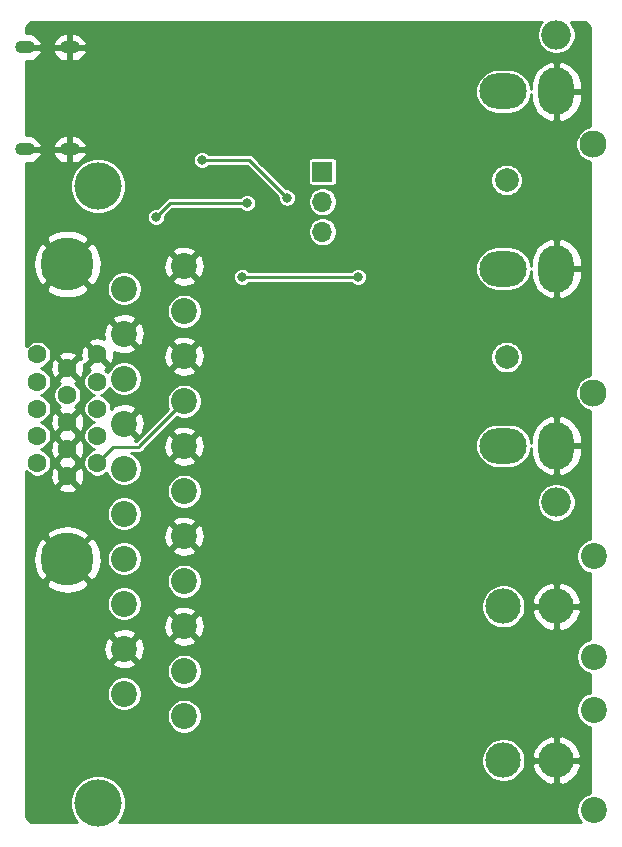
<source format=gbr>
G04 #@! TF.GenerationSoftware,KiCad,Pcbnew,(5.1.8)-1*
G04 #@! TF.CreationDate,2021-01-22T17:08:18+13:00*
G04 #@! TF.ProjectId,comprgb,636f6d70-7267-4622-9e6b-696361645f70,rev?*
G04 #@! TF.SameCoordinates,Original*
G04 #@! TF.FileFunction,Copper,L2,Bot*
G04 #@! TF.FilePolarity,Positive*
%FSLAX46Y46*%
G04 Gerber Fmt 4.6, Leading zero omitted, Abs format (unit mm)*
G04 Created by KiCad (PCBNEW (5.1.8)-1) date 2021-01-22 17:08:18*
%MOMM*%
%LPD*%
G01*
G04 APERTURE LIST*
G04 #@! TA.AperFunction,ComponentPad*
%ADD10C,4.500000*%
G04 #@! TD*
G04 #@! TA.AperFunction,ComponentPad*
%ADD11C,1.600000*%
G04 #@! TD*
G04 #@! TA.AperFunction,ComponentPad*
%ADD12C,2.000000*%
G04 #@! TD*
G04 #@! TA.AperFunction,ComponentPad*
%ADD13C,2.300000*%
G04 #@! TD*
G04 #@! TA.AperFunction,ComponentPad*
%ADD14O,4.000000X3.000000*%
G04 #@! TD*
G04 #@! TA.AperFunction,ComponentPad*
%ADD15O,3.000000X4.000000*%
G04 #@! TD*
G04 #@! TA.AperFunction,ComponentPad*
%ADD16O,2.500000X2.500000*%
G04 #@! TD*
G04 #@! TA.AperFunction,ComponentPad*
%ADD17O,1.700000X1.700000*%
G04 #@! TD*
G04 #@! TA.AperFunction,ComponentPad*
%ADD18R,1.700000X1.700000*%
G04 #@! TD*
G04 #@! TA.AperFunction,WasherPad*
%ADD19C,2.200000*%
G04 #@! TD*
G04 #@! TA.AperFunction,ComponentPad*
%ADD20O,3.000000X3.000000*%
G04 #@! TD*
G04 #@! TA.AperFunction,ComponentPad*
%ADD21C,2.200000*%
G04 #@! TD*
G04 #@! TA.AperFunction,ComponentPad*
%ADD22C,4.000000*%
G04 #@! TD*
G04 #@! TA.AperFunction,ComponentPad*
%ADD23O,1.700000X1.100000*%
G04 #@! TD*
G04 #@! TA.AperFunction,ViaPad*
%ADD24C,0.800000*%
G04 #@! TD*
G04 #@! TA.AperFunction,Conductor*
%ADD25C,0.250000*%
G04 #@! TD*
G04 #@! TA.AperFunction,Conductor*
%ADD26C,0.254000*%
G04 #@! TD*
G04 #@! TA.AperFunction,Conductor*
%ADD27C,0.100000*%
G04 #@! TD*
G04 APERTURE END LIST*
D10*
X24600000Y-61620000D03*
X24600000Y-86620000D03*
D11*
X22060000Y-69280000D03*
X22060000Y-71570000D03*
X22060000Y-73860000D03*
X22060000Y-76150000D03*
X22060000Y-78440000D03*
X24600000Y-77290000D03*
X24600000Y-79580000D03*
X27140000Y-69280000D03*
X27140000Y-71570000D03*
X27140000Y-73860000D03*
X27140000Y-76150000D03*
X27140000Y-78440000D03*
X24600000Y-70420000D03*
X24600000Y-72710000D03*
X24600000Y-75000000D03*
D12*
X61800000Y-54500000D03*
X61800000Y-69500000D03*
D13*
X69144520Y-72533380D03*
X69144520Y-51466620D03*
D14*
X61500000Y-47000000D03*
X61500000Y-77000000D03*
D15*
X66000000Y-77000000D03*
X66000000Y-62000000D03*
X66000000Y-47000000D03*
D16*
X66000000Y-42200000D03*
X66000000Y-81800000D03*
D14*
X61500000Y-62000000D03*
D17*
X46200000Y-58880000D03*
X46200000Y-56340000D03*
D18*
X46200000Y-53800000D03*
D19*
X69150000Y-86350000D03*
X69150000Y-94850000D03*
D20*
X66000000Y-90600000D03*
X61500000Y-90600000D03*
D19*
X69150000Y-99370000D03*
X69150000Y-107870000D03*
D20*
X66000000Y-103620000D03*
X61500000Y-103620000D03*
D21*
X34480000Y-99905000D03*
X34480000Y-61805000D03*
X29400000Y-67520000D03*
X34480000Y-65615000D03*
X29400000Y-71330000D03*
X34480000Y-69425000D03*
X29400000Y-75140000D03*
X34480000Y-73235000D03*
X29400000Y-63710000D03*
X34480000Y-77045000D03*
X29400000Y-78950000D03*
X34480000Y-80855000D03*
X29400000Y-82760000D03*
X34480000Y-84665000D03*
X29400000Y-86570000D03*
X34480000Y-88475000D03*
X29400000Y-90380000D03*
X34480000Y-92285000D03*
X29400000Y-94190000D03*
X34480000Y-96095000D03*
X29400000Y-98000000D03*
D22*
X27200000Y-55000000D03*
X27200000Y-107270000D03*
D23*
X24800000Y-43280000D03*
X24800000Y-51920000D03*
X21000000Y-51920000D03*
X21000000Y-43280000D03*
D24*
X49200000Y-62700000D03*
X39400000Y-62700000D03*
X37200000Y-58900000D03*
X32600000Y-61400000D03*
X29400000Y-58600000D03*
X33900000Y-45800000D03*
X36000000Y-47600000D03*
X45300000Y-43700000D03*
X41300000Y-49800000D03*
X49400000Y-44800000D03*
X47600000Y-50800000D03*
X42300000Y-53600000D03*
X41100000Y-55300000D03*
X41400000Y-57900000D03*
X46000000Y-78000000D03*
X44100000Y-78100000D03*
X47400000Y-80100000D03*
X41900000Y-79100000D03*
X39900000Y-89000000D03*
X46900000Y-87800000D03*
X49500000Y-84000000D03*
X55000000Y-90600000D03*
X46900000Y-96600000D03*
X38100000Y-101600000D03*
X49300000Y-101400000D03*
X56800000Y-101000000D03*
X57100000Y-108100000D03*
X35700000Y-108100000D03*
X22500000Y-107800000D03*
X22400000Y-92000000D03*
X28700000Y-42200000D03*
X56400000Y-69600000D03*
X54400000Y-77800000D03*
X56500000Y-79500000D03*
X52400000Y-82400000D03*
X54300000Y-84000000D03*
X38100000Y-67100000D03*
X40000000Y-64400000D03*
X42400000Y-67000000D03*
X41300000Y-75300000D03*
X37700000Y-71300000D03*
X45600000Y-61100000D03*
X50000000Y-73300000D03*
X42550000Y-72250000D03*
X48300000Y-75400000D03*
X45100000Y-69000000D03*
X31900000Y-87500000D03*
X37200000Y-78800000D03*
X37400000Y-84200000D03*
X32200000Y-82800000D03*
X31800000Y-73800000D03*
X36200000Y-75200000D03*
X36800000Y-69200000D03*
X31800000Y-68800000D03*
X24000000Y-81800000D03*
X27600000Y-81200000D03*
X39600000Y-98400000D03*
X30000000Y-101000000D03*
X32200000Y-104200000D03*
X31400000Y-96400000D03*
X58600000Y-93600000D03*
X58800000Y-88200000D03*
X54200000Y-70200000D03*
X44800000Y-64000000D03*
X49600000Y-52000000D03*
X59400000Y-71600000D03*
X57200000Y-71600000D03*
X54400000Y-73900000D03*
X46800000Y-61700000D03*
X54100000Y-65000000D03*
X53800000Y-63000000D03*
X53900000Y-60400000D03*
X56700000Y-64300000D03*
X56500000Y-60900000D03*
X59500000Y-63600000D03*
X57300000Y-66300000D03*
X55600000Y-67800000D03*
X46200000Y-67100000D03*
X55800000Y-58600000D03*
X59900000Y-58300000D03*
X53000000Y-52200000D03*
X53100000Y-49700000D03*
X55200000Y-46800000D03*
X56000000Y-49500000D03*
X56200000Y-54800000D03*
X52000000Y-55600000D03*
X54700000Y-58000000D03*
X49800000Y-58100000D03*
X52100000Y-71400000D03*
X52500000Y-75400000D03*
X39810000Y-56450000D03*
X32112314Y-57626250D03*
X43200000Y-56000000D03*
X36000000Y-52800000D03*
D25*
X27140000Y-78440000D02*
X28480000Y-77100000D01*
X28480000Y-77100000D02*
X30700000Y-77100000D01*
X30700000Y-77015000D02*
X34480000Y-73235000D01*
X30700000Y-77100000D02*
X30700000Y-77015000D01*
X49200000Y-62700000D02*
X44200000Y-62700000D01*
X44200000Y-62700000D02*
X39400000Y-62700000D01*
X32512313Y-57226251D02*
X32112314Y-57626250D01*
X33288564Y-56450000D02*
X32512313Y-57226251D01*
X39810000Y-56450000D02*
X33288564Y-56450000D01*
X43200000Y-56000000D02*
X40000000Y-52800000D01*
X40000000Y-52800000D02*
X36000000Y-52800000D01*
D26*
X64736227Y-41162848D02*
X64558172Y-41429327D01*
X64435525Y-41725422D01*
X64373000Y-42039755D01*
X64373000Y-42360245D01*
X64435525Y-42674578D01*
X64558172Y-42970673D01*
X64736227Y-43237152D01*
X64962848Y-43463773D01*
X65229327Y-43641828D01*
X65525422Y-43764475D01*
X65839755Y-43827000D01*
X66160245Y-43827000D01*
X66474578Y-43764475D01*
X66770673Y-43641828D01*
X67037152Y-43463773D01*
X67263773Y-43237152D01*
X67441828Y-42970673D01*
X67564475Y-42674578D01*
X67627000Y-42360245D01*
X67627000Y-42039755D01*
X67564475Y-41725422D01*
X67441828Y-41429327D01*
X67263773Y-41162848D01*
X67227925Y-41127000D01*
X68447394Y-41127000D01*
X68873000Y-41552606D01*
X68873000Y-49963713D01*
X68699110Y-49998301D01*
X68421214Y-50113410D01*
X68171114Y-50280521D01*
X67958421Y-50493214D01*
X67791310Y-50743314D01*
X67676201Y-51021210D01*
X67617520Y-51316224D01*
X67617520Y-51617016D01*
X67676201Y-51912030D01*
X67791310Y-52189926D01*
X67958421Y-52440026D01*
X68171114Y-52652719D01*
X68421214Y-52819830D01*
X68699110Y-52934939D01*
X68873000Y-52969527D01*
X68873000Y-71030473D01*
X68699110Y-71065061D01*
X68421214Y-71180170D01*
X68171114Y-71347281D01*
X67958421Y-71559974D01*
X67791310Y-71810074D01*
X67676201Y-72087970D01*
X67617520Y-72382984D01*
X67617520Y-72683776D01*
X67676201Y-72978790D01*
X67791310Y-73256686D01*
X67958421Y-73506786D01*
X68171114Y-73719479D01*
X68421214Y-73886590D01*
X68699110Y-74001699D01*
X68873000Y-74036287D01*
X68873000Y-84899162D01*
X68719175Y-84929760D01*
X68450378Y-85041099D01*
X68208467Y-85202739D01*
X68002739Y-85408467D01*
X67841099Y-85650378D01*
X67729760Y-85919175D01*
X67673000Y-86204528D01*
X67673000Y-86495472D01*
X67729760Y-86780825D01*
X67841099Y-87049622D01*
X68002739Y-87291533D01*
X68208467Y-87497261D01*
X68450378Y-87658901D01*
X68719175Y-87770240D01*
X68873000Y-87800838D01*
X68873000Y-93399162D01*
X68719175Y-93429760D01*
X68450378Y-93541099D01*
X68208467Y-93702739D01*
X68002739Y-93908467D01*
X67841099Y-94150378D01*
X67729760Y-94419175D01*
X67673000Y-94704528D01*
X67673000Y-94995472D01*
X67729760Y-95280825D01*
X67841099Y-95549622D01*
X68002739Y-95791533D01*
X68208467Y-95997261D01*
X68450378Y-96158901D01*
X68719175Y-96270240D01*
X68873000Y-96300838D01*
X68873000Y-97919162D01*
X68719175Y-97949760D01*
X68450378Y-98061099D01*
X68208467Y-98222739D01*
X68002739Y-98428467D01*
X67841099Y-98670378D01*
X67729760Y-98939175D01*
X67673000Y-99224528D01*
X67673000Y-99515472D01*
X67729760Y-99800825D01*
X67841099Y-100069622D01*
X68002739Y-100311533D01*
X68208467Y-100517261D01*
X68450378Y-100678901D01*
X68719175Y-100790240D01*
X68873000Y-100820838D01*
X68873000Y-106419162D01*
X68719175Y-106449760D01*
X68450378Y-106561099D01*
X68208467Y-106722739D01*
X68002739Y-106928467D01*
X67841099Y-107170378D01*
X67729760Y-107439175D01*
X67673000Y-107724528D01*
X67673000Y-108015472D01*
X67729760Y-108300825D01*
X67841099Y-108569622D01*
X68002739Y-108811533D01*
X68064206Y-108873000D01*
X28958585Y-108873000D01*
X29046336Y-108785249D01*
X29306470Y-108395932D01*
X29485653Y-107963345D01*
X29577000Y-107504114D01*
X29577000Y-107035886D01*
X29485653Y-106576655D01*
X29306470Y-106144068D01*
X29046336Y-105754751D01*
X28715249Y-105423664D01*
X28325932Y-105163530D01*
X27893345Y-104984347D01*
X27434114Y-104893000D01*
X26965886Y-104893000D01*
X26506655Y-104984347D01*
X26074068Y-105163530D01*
X25684751Y-105423664D01*
X25353664Y-105754751D01*
X25093530Y-106144068D01*
X24914347Y-106576655D01*
X24823000Y-107035886D01*
X24823000Y-107504114D01*
X24914347Y-107963345D01*
X25093530Y-108395932D01*
X25353664Y-108785249D01*
X25441415Y-108873000D01*
X21552606Y-108873000D01*
X21127000Y-108447394D01*
X21127000Y-103435132D01*
X59623000Y-103435132D01*
X59623000Y-103804868D01*
X59695132Y-104167501D01*
X59836624Y-104509093D01*
X60042039Y-104816518D01*
X60303482Y-105077961D01*
X60610907Y-105283376D01*
X60952499Y-105424868D01*
X61315132Y-105497000D01*
X61684868Y-105497000D01*
X62047501Y-105424868D01*
X62389093Y-105283376D01*
X62696518Y-105077961D01*
X62957961Y-104816518D01*
X63163376Y-104509093D01*
X63304868Y-104167501D01*
X63322505Y-104078833D01*
X63914883Y-104078833D01*
X64044462Y-104476803D01*
X64249191Y-104841846D01*
X64521203Y-105159934D01*
X64850044Y-105418844D01*
X65223077Y-105608625D01*
X65541167Y-105705113D01*
X65873000Y-105592165D01*
X65873000Y-103747000D01*
X66127000Y-103747000D01*
X66127000Y-105592165D01*
X66458833Y-105705113D01*
X66776923Y-105608625D01*
X67149956Y-105418844D01*
X67478797Y-105159934D01*
X67750809Y-104841846D01*
X67955538Y-104476803D01*
X68085117Y-104078833D01*
X67972473Y-103747000D01*
X66127000Y-103747000D01*
X65873000Y-103747000D01*
X64027527Y-103747000D01*
X63914883Y-104078833D01*
X63322505Y-104078833D01*
X63377000Y-103804868D01*
X63377000Y-103435132D01*
X63322506Y-103161167D01*
X63914883Y-103161167D01*
X64027527Y-103493000D01*
X65873000Y-103493000D01*
X65873000Y-101647835D01*
X66127000Y-101647835D01*
X66127000Y-103493000D01*
X67972473Y-103493000D01*
X68085117Y-103161167D01*
X67955538Y-102763197D01*
X67750809Y-102398154D01*
X67478797Y-102080066D01*
X67149956Y-101821156D01*
X66776923Y-101631375D01*
X66458833Y-101534887D01*
X66127000Y-101647835D01*
X65873000Y-101647835D01*
X65541167Y-101534887D01*
X65223077Y-101631375D01*
X64850044Y-101821156D01*
X64521203Y-102080066D01*
X64249191Y-102398154D01*
X64044462Y-102763197D01*
X63914883Y-103161167D01*
X63322506Y-103161167D01*
X63304868Y-103072499D01*
X63163376Y-102730907D01*
X62957961Y-102423482D01*
X62696518Y-102162039D01*
X62389093Y-101956624D01*
X62047501Y-101815132D01*
X61684868Y-101743000D01*
X61315132Y-101743000D01*
X60952499Y-101815132D01*
X60610907Y-101956624D01*
X60303482Y-102162039D01*
X60042039Y-102423482D01*
X59836624Y-102730907D01*
X59695132Y-103072499D01*
X59623000Y-103435132D01*
X21127000Y-103435132D01*
X21127000Y-99759528D01*
X33003000Y-99759528D01*
X33003000Y-100050472D01*
X33059760Y-100335825D01*
X33171099Y-100604622D01*
X33332739Y-100846533D01*
X33538467Y-101052261D01*
X33780378Y-101213901D01*
X34049175Y-101325240D01*
X34334528Y-101382000D01*
X34625472Y-101382000D01*
X34910825Y-101325240D01*
X35179622Y-101213901D01*
X35421533Y-101052261D01*
X35627261Y-100846533D01*
X35788901Y-100604622D01*
X35900240Y-100335825D01*
X35957000Y-100050472D01*
X35957000Y-99759528D01*
X35900240Y-99474175D01*
X35788901Y-99205378D01*
X35627261Y-98963467D01*
X35421533Y-98757739D01*
X35179622Y-98596099D01*
X34910825Y-98484760D01*
X34625472Y-98428000D01*
X34334528Y-98428000D01*
X34049175Y-98484760D01*
X33780378Y-98596099D01*
X33538467Y-98757739D01*
X33332739Y-98963467D01*
X33171099Y-99205378D01*
X33059760Y-99474175D01*
X33003000Y-99759528D01*
X21127000Y-99759528D01*
X21127000Y-97854528D01*
X27923000Y-97854528D01*
X27923000Y-98145472D01*
X27979760Y-98430825D01*
X28091099Y-98699622D01*
X28252739Y-98941533D01*
X28458467Y-99147261D01*
X28700378Y-99308901D01*
X28969175Y-99420240D01*
X29254528Y-99477000D01*
X29545472Y-99477000D01*
X29830825Y-99420240D01*
X30099622Y-99308901D01*
X30341533Y-99147261D01*
X30547261Y-98941533D01*
X30708901Y-98699622D01*
X30820240Y-98430825D01*
X30877000Y-98145472D01*
X30877000Y-97854528D01*
X30820240Y-97569175D01*
X30708901Y-97300378D01*
X30547261Y-97058467D01*
X30341533Y-96852739D01*
X30099622Y-96691099D01*
X29830825Y-96579760D01*
X29545472Y-96523000D01*
X29254528Y-96523000D01*
X28969175Y-96579760D01*
X28700378Y-96691099D01*
X28458467Y-96852739D01*
X28252739Y-97058467D01*
X28091099Y-97300378D01*
X27979760Y-97569175D01*
X27923000Y-97854528D01*
X21127000Y-97854528D01*
X21127000Y-95949528D01*
X33003000Y-95949528D01*
X33003000Y-96240472D01*
X33059760Y-96525825D01*
X33171099Y-96794622D01*
X33332739Y-97036533D01*
X33538467Y-97242261D01*
X33780378Y-97403901D01*
X34049175Y-97515240D01*
X34334528Y-97572000D01*
X34625472Y-97572000D01*
X34910825Y-97515240D01*
X35179622Y-97403901D01*
X35421533Y-97242261D01*
X35627261Y-97036533D01*
X35788901Y-96794622D01*
X35900240Y-96525825D01*
X35957000Y-96240472D01*
X35957000Y-95949528D01*
X35900240Y-95664175D01*
X35788901Y-95395378D01*
X35627261Y-95153467D01*
X35421533Y-94947739D01*
X35179622Y-94786099D01*
X34910825Y-94674760D01*
X34625472Y-94618000D01*
X34334528Y-94618000D01*
X34049175Y-94674760D01*
X33780378Y-94786099D01*
X33538467Y-94947739D01*
X33332739Y-95153467D01*
X33171099Y-95395378D01*
X33059760Y-95664175D01*
X33003000Y-95949528D01*
X21127000Y-95949528D01*
X21127000Y-95396712D01*
X28372893Y-95396712D01*
X28480726Y-95671338D01*
X28787384Y-95822216D01*
X29117585Y-95910369D01*
X29458639Y-95932409D01*
X29797439Y-95887489D01*
X30120966Y-95777336D01*
X30319274Y-95671338D01*
X30427107Y-95396712D01*
X29400000Y-94369605D01*
X28372893Y-95396712D01*
X21127000Y-95396712D01*
X21127000Y-94248639D01*
X27657591Y-94248639D01*
X27702511Y-94587439D01*
X27812664Y-94910966D01*
X27918662Y-95109274D01*
X28193288Y-95217107D01*
X29220395Y-94190000D01*
X29579605Y-94190000D01*
X30606712Y-95217107D01*
X30881338Y-95109274D01*
X31032216Y-94802616D01*
X31120369Y-94472415D01*
X31142409Y-94131361D01*
X31097489Y-93792561D01*
X30995058Y-93491712D01*
X33452893Y-93491712D01*
X33560726Y-93766338D01*
X33867384Y-93917216D01*
X34197585Y-94005369D01*
X34538639Y-94027409D01*
X34877439Y-93982489D01*
X35200966Y-93872336D01*
X35399274Y-93766338D01*
X35507107Y-93491712D01*
X34480000Y-92464605D01*
X33452893Y-93491712D01*
X30995058Y-93491712D01*
X30987336Y-93469034D01*
X30881338Y-93270726D01*
X30606712Y-93162893D01*
X29579605Y-94190000D01*
X29220395Y-94190000D01*
X28193288Y-93162893D01*
X27918662Y-93270726D01*
X27767784Y-93577384D01*
X27679631Y-93907585D01*
X27657591Y-94248639D01*
X21127000Y-94248639D01*
X21127000Y-92983288D01*
X28372893Y-92983288D01*
X29400000Y-94010395D01*
X30427107Y-92983288D01*
X30319274Y-92708662D01*
X30012616Y-92557784D01*
X29682415Y-92469631D01*
X29341361Y-92447591D01*
X29002561Y-92492511D01*
X28679034Y-92602664D01*
X28480726Y-92708662D01*
X28372893Y-92983288D01*
X21127000Y-92983288D01*
X21127000Y-92343639D01*
X32737591Y-92343639D01*
X32782511Y-92682439D01*
X32892664Y-93005966D01*
X32998662Y-93204274D01*
X33273288Y-93312107D01*
X34300395Y-92285000D01*
X34659605Y-92285000D01*
X35686712Y-93312107D01*
X35961338Y-93204274D01*
X36112216Y-92897616D01*
X36200369Y-92567415D01*
X36222409Y-92226361D01*
X36177489Y-91887561D01*
X36067336Y-91564034D01*
X35961338Y-91365726D01*
X35686712Y-91257893D01*
X34659605Y-92285000D01*
X34300395Y-92285000D01*
X33273288Y-91257893D01*
X32998662Y-91365726D01*
X32847784Y-91672384D01*
X32759631Y-92002585D01*
X32737591Y-92343639D01*
X21127000Y-92343639D01*
X21127000Y-90234528D01*
X27923000Y-90234528D01*
X27923000Y-90525472D01*
X27979760Y-90810825D01*
X28091099Y-91079622D01*
X28252739Y-91321533D01*
X28458467Y-91527261D01*
X28700378Y-91688901D01*
X28969175Y-91800240D01*
X29254528Y-91857000D01*
X29545472Y-91857000D01*
X29830825Y-91800240D01*
X30099622Y-91688901D01*
X30341533Y-91527261D01*
X30547261Y-91321533D01*
X30708901Y-91079622D01*
X30709453Y-91078288D01*
X33452893Y-91078288D01*
X34480000Y-92105395D01*
X35507107Y-91078288D01*
X35399274Y-90803662D01*
X35092616Y-90652784D01*
X34762415Y-90564631D01*
X34421361Y-90542591D01*
X34082561Y-90587511D01*
X33759034Y-90697664D01*
X33560726Y-90803662D01*
X33452893Y-91078288D01*
X30709453Y-91078288D01*
X30820240Y-90810825D01*
X30877000Y-90525472D01*
X30877000Y-90415132D01*
X59623000Y-90415132D01*
X59623000Y-90784868D01*
X59695132Y-91147501D01*
X59836624Y-91489093D01*
X60042039Y-91796518D01*
X60303482Y-92057961D01*
X60610907Y-92263376D01*
X60952499Y-92404868D01*
X61315132Y-92477000D01*
X61684868Y-92477000D01*
X62047501Y-92404868D01*
X62389093Y-92263376D01*
X62696518Y-92057961D01*
X62957961Y-91796518D01*
X63163376Y-91489093D01*
X63304868Y-91147501D01*
X63322505Y-91058833D01*
X63914883Y-91058833D01*
X64044462Y-91456803D01*
X64249191Y-91821846D01*
X64521203Y-92139934D01*
X64850044Y-92398844D01*
X65223077Y-92588625D01*
X65541167Y-92685113D01*
X65873000Y-92572165D01*
X65873000Y-90727000D01*
X66127000Y-90727000D01*
X66127000Y-92572165D01*
X66458833Y-92685113D01*
X66776923Y-92588625D01*
X67149956Y-92398844D01*
X67478797Y-92139934D01*
X67750809Y-91821846D01*
X67955538Y-91456803D01*
X68085117Y-91058833D01*
X67972473Y-90727000D01*
X66127000Y-90727000D01*
X65873000Y-90727000D01*
X64027527Y-90727000D01*
X63914883Y-91058833D01*
X63322505Y-91058833D01*
X63377000Y-90784868D01*
X63377000Y-90415132D01*
X63322506Y-90141167D01*
X63914883Y-90141167D01*
X64027527Y-90473000D01*
X65873000Y-90473000D01*
X65873000Y-88627835D01*
X66127000Y-88627835D01*
X66127000Y-90473000D01*
X67972473Y-90473000D01*
X68085117Y-90141167D01*
X67955538Y-89743197D01*
X67750809Y-89378154D01*
X67478797Y-89060066D01*
X67149956Y-88801156D01*
X66776923Y-88611375D01*
X66458833Y-88514887D01*
X66127000Y-88627835D01*
X65873000Y-88627835D01*
X65541167Y-88514887D01*
X65223077Y-88611375D01*
X64850044Y-88801156D01*
X64521203Y-89060066D01*
X64249191Y-89378154D01*
X64044462Y-89743197D01*
X63914883Y-90141167D01*
X63322506Y-90141167D01*
X63304868Y-90052499D01*
X63163376Y-89710907D01*
X62957961Y-89403482D01*
X62696518Y-89142039D01*
X62389093Y-88936624D01*
X62047501Y-88795132D01*
X61684868Y-88723000D01*
X61315132Y-88723000D01*
X60952499Y-88795132D01*
X60610907Y-88936624D01*
X60303482Y-89142039D01*
X60042039Y-89403482D01*
X59836624Y-89710907D01*
X59695132Y-90052499D01*
X59623000Y-90415132D01*
X30877000Y-90415132D01*
X30877000Y-90234528D01*
X30820240Y-89949175D01*
X30708901Y-89680378D01*
X30547261Y-89438467D01*
X30341533Y-89232739D01*
X30099622Y-89071099D01*
X29830825Y-88959760D01*
X29545472Y-88903000D01*
X29254528Y-88903000D01*
X28969175Y-88959760D01*
X28700378Y-89071099D01*
X28458467Y-89232739D01*
X28252739Y-89438467D01*
X28091099Y-89680378D01*
X27979760Y-89949175D01*
X27923000Y-90234528D01*
X21127000Y-90234528D01*
X21127000Y-88645340D01*
X22754265Y-88645340D01*
X23000416Y-89037704D01*
X23502822Y-89303312D01*
X24047393Y-89465801D01*
X24613199Y-89518928D01*
X25178498Y-89460652D01*
X25721566Y-89293210D01*
X26199584Y-89037704D01*
X26445735Y-88645340D01*
X24600000Y-86799605D01*
X22754265Y-88645340D01*
X21127000Y-88645340D01*
X21127000Y-86633199D01*
X21701072Y-86633199D01*
X21759348Y-87198498D01*
X21926790Y-87741566D01*
X22182296Y-88219584D01*
X22574660Y-88465735D01*
X24420395Y-86620000D01*
X24779605Y-86620000D01*
X26625340Y-88465735D01*
X26842453Y-88329528D01*
X33003000Y-88329528D01*
X33003000Y-88620472D01*
X33059760Y-88905825D01*
X33171099Y-89174622D01*
X33332739Y-89416533D01*
X33538467Y-89622261D01*
X33780378Y-89783901D01*
X34049175Y-89895240D01*
X34334528Y-89952000D01*
X34625472Y-89952000D01*
X34910825Y-89895240D01*
X35179622Y-89783901D01*
X35421533Y-89622261D01*
X35627261Y-89416533D01*
X35788901Y-89174622D01*
X35900240Y-88905825D01*
X35957000Y-88620472D01*
X35957000Y-88329528D01*
X35900240Y-88044175D01*
X35788901Y-87775378D01*
X35627261Y-87533467D01*
X35421533Y-87327739D01*
X35179622Y-87166099D01*
X34910825Y-87054760D01*
X34625472Y-86998000D01*
X34334528Y-86998000D01*
X34049175Y-87054760D01*
X33780378Y-87166099D01*
X33538467Y-87327739D01*
X33332739Y-87533467D01*
X33171099Y-87775378D01*
X33059760Y-88044175D01*
X33003000Y-88329528D01*
X26842453Y-88329528D01*
X27017704Y-88219584D01*
X27283312Y-87717178D01*
X27445801Y-87172607D01*
X27498928Y-86606801D01*
X27480138Y-86424528D01*
X27923000Y-86424528D01*
X27923000Y-86715472D01*
X27979760Y-87000825D01*
X28091099Y-87269622D01*
X28252739Y-87511533D01*
X28458467Y-87717261D01*
X28700378Y-87878901D01*
X28969175Y-87990240D01*
X29254528Y-88047000D01*
X29545472Y-88047000D01*
X29830825Y-87990240D01*
X30099622Y-87878901D01*
X30341533Y-87717261D01*
X30547261Y-87511533D01*
X30708901Y-87269622D01*
X30820240Y-87000825D01*
X30877000Y-86715472D01*
X30877000Y-86424528D01*
X30820240Y-86139175D01*
X30709454Y-85871712D01*
X33452893Y-85871712D01*
X33560726Y-86146338D01*
X33867384Y-86297216D01*
X34197585Y-86385369D01*
X34538639Y-86407409D01*
X34877439Y-86362489D01*
X35200966Y-86252336D01*
X35399274Y-86146338D01*
X35507107Y-85871712D01*
X34480000Y-84844605D01*
X33452893Y-85871712D01*
X30709454Y-85871712D01*
X30708901Y-85870378D01*
X30547261Y-85628467D01*
X30341533Y-85422739D01*
X30099622Y-85261099D01*
X29830825Y-85149760D01*
X29545472Y-85093000D01*
X29254528Y-85093000D01*
X28969175Y-85149760D01*
X28700378Y-85261099D01*
X28458467Y-85422739D01*
X28252739Y-85628467D01*
X28091099Y-85870378D01*
X27979760Y-86139175D01*
X27923000Y-86424528D01*
X27480138Y-86424528D01*
X27440652Y-86041502D01*
X27273210Y-85498434D01*
X27017704Y-85020416D01*
X26625340Y-84774265D01*
X24779605Y-86620000D01*
X24420395Y-86620000D01*
X22574660Y-84774265D01*
X22182296Y-85020416D01*
X21916688Y-85522822D01*
X21754199Y-86067393D01*
X21701072Y-86633199D01*
X21127000Y-86633199D01*
X21127000Y-84594660D01*
X22754265Y-84594660D01*
X24600000Y-86440395D01*
X26316756Y-84723639D01*
X32737591Y-84723639D01*
X32782511Y-85062439D01*
X32892664Y-85385966D01*
X32998662Y-85584274D01*
X33273288Y-85692107D01*
X34300395Y-84665000D01*
X34659605Y-84665000D01*
X35686712Y-85692107D01*
X35961338Y-85584274D01*
X36112216Y-85277616D01*
X36200369Y-84947415D01*
X36222409Y-84606361D01*
X36177489Y-84267561D01*
X36067336Y-83944034D01*
X35961338Y-83745726D01*
X35686712Y-83637893D01*
X34659605Y-84665000D01*
X34300395Y-84665000D01*
X33273288Y-83637893D01*
X32998662Y-83745726D01*
X32847784Y-84052384D01*
X32759631Y-84382585D01*
X32737591Y-84723639D01*
X26316756Y-84723639D01*
X26445735Y-84594660D01*
X26199584Y-84202296D01*
X25697178Y-83936688D01*
X25152607Y-83774199D01*
X24586801Y-83721072D01*
X24021502Y-83779348D01*
X23478434Y-83946790D01*
X23000416Y-84202296D01*
X22754265Y-84594660D01*
X21127000Y-84594660D01*
X21127000Y-82614528D01*
X27923000Y-82614528D01*
X27923000Y-82905472D01*
X27979760Y-83190825D01*
X28091099Y-83459622D01*
X28252739Y-83701533D01*
X28458467Y-83907261D01*
X28700378Y-84068901D01*
X28969175Y-84180240D01*
X29254528Y-84237000D01*
X29545472Y-84237000D01*
X29830825Y-84180240D01*
X30099622Y-84068901D01*
X30341533Y-83907261D01*
X30547261Y-83701533D01*
X30708901Y-83459622D01*
X30709453Y-83458288D01*
X33452893Y-83458288D01*
X34480000Y-84485395D01*
X35507107Y-83458288D01*
X35399274Y-83183662D01*
X35092616Y-83032784D01*
X34762415Y-82944631D01*
X34421361Y-82922591D01*
X34082561Y-82967511D01*
X33759034Y-83077664D01*
X33560726Y-83183662D01*
X33452893Y-83458288D01*
X30709453Y-83458288D01*
X30820240Y-83190825D01*
X30877000Y-82905472D01*
X30877000Y-82614528D01*
X30820240Y-82329175D01*
X30708901Y-82060378D01*
X30547261Y-81818467D01*
X30341533Y-81612739D01*
X30099622Y-81451099D01*
X29830825Y-81339760D01*
X29545472Y-81283000D01*
X29254528Y-81283000D01*
X28969175Y-81339760D01*
X28700378Y-81451099D01*
X28458467Y-81612739D01*
X28252739Y-81818467D01*
X28091099Y-82060378D01*
X27979760Y-82329175D01*
X27923000Y-82614528D01*
X21127000Y-82614528D01*
X21127000Y-80572702D01*
X23786903Y-80572702D01*
X23858486Y-80816671D01*
X24113996Y-80937571D01*
X24388184Y-81006300D01*
X24670512Y-81020217D01*
X24950130Y-80978787D01*
X25216292Y-80883603D01*
X25341514Y-80816671D01*
X25372950Y-80709528D01*
X33003000Y-80709528D01*
X33003000Y-81000472D01*
X33059760Y-81285825D01*
X33171099Y-81554622D01*
X33332739Y-81796533D01*
X33538467Y-82002261D01*
X33780378Y-82163901D01*
X34049175Y-82275240D01*
X34334528Y-82332000D01*
X34625472Y-82332000D01*
X34910825Y-82275240D01*
X35179622Y-82163901D01*
X35421533Y-82002261D01*
X35627261Y-81796533D01*
X35732016Y-81639755D01*
X64373000Y-81639755D01*
X64373000Y-81960245D01*
X64435525Y-82274578D01*
X64558172Y-82570673D01*
X64736227Y-82837152D01*
X64962848Y-83063773D01*
X65229327Y-83241828D01*
X65525422Y-83364475D01*
X65839755Y-83427000D01*
X66160245Y-83427000D01*
X66474578Y-83364475D01*
X66770673Y-83241828D01*
X67037152Y-83063773D01*
X67263773Y-82837152D01*
X67441828Y-82570673D01*
X67564475Y-82274578D01*
X67627000Y-81960245D01*
X67627000Y-81639755D01*
X67564475Y-81325422D01*
X67441828Y-81029327D01*
X67263773Y-80762848D01*
X67037152Y-80536227D01*
X66770673Y-80358172D01*
X66474578Y-80235525D01*
X66160245Y-80173000D01*
X65839755Y-80173000D01*
X65525422Y-80235525D01*
X65229327Y-80358172D01*
X64962848Y-80536227D01*
X64736227Y-80762848D01*
X64558172Y-81029327D01*
X64435525Y-81325422D01*
X64373000Y-81639755D01*
X35732016Y-81639755D01*
X35788901Y-81554622D01*
X35900240Y-81285825D01*
X35957000Y-81000472D01*
X35957000Y-80709528D01*
X35900240Y-80424175D01*
X35788901Y-80155378D01*
X35627261Y-79913467D01*
X35421533Y-79707739D01*
X35179622Y-79546099D01*
X34910825Y-79434760D01*
X34625472Y-79378000D01*
X34334528Y-79378000D01*
X34049175Y-79434760D01*
X33780378Y-79546099D01*
X33538467Y-79707739D01*
X33332739Y-79913467D01*
X33171099Y-80155378D01*
X33059760Y-80424175D01*
X33003000Y-80709528D01*
X25372950Y-80709528D01*
X25413097Y-80572702D01*
X24600000Y-79759605D01*
X23786903Y-80572702D01*
X21127000Y-80572702D01*
X21127000Y-79650512D01*
X23159783Y-79650512D01*
X23201213Y-79930130D01*
X23296397Y-80196292D01*
X23363329Y-80321514D01*
X23607298Y-80393097D01*
X24420395Y-79580000D01*
X24779605Y-79580000D01*
X25592702Y-80393097D01*
X25836671Y-80321514D01*
X25957571Y-80066004D01*
X26026300Y-79791816D01*
X26040217Y-79509488D01*
X25998787Y-79229870D01*
X25903603Y-78963708D01*
X25836671Y-78838486D01*
X25592702Y-78766903D01*
X24779605Y-79580000D01*
X24420395Y-79580000D01*
X23607298Y-78766903D01*
X23363329Y-78838486D01*
X23242429Y-79093996D01*
X23173700Y-79368184D01*
X23159783Y-79650512D01*
X21127000Y-79650512D01*
X21127000Y-79162212D01*
X21145764Y-79190294D01*
X21309706Y-79354236D01*
X21502481Y-79483044D01*
X21716682Y-79571769D01*
X21944076Y-79617000D01*
X22175924Y-79617000D01*
X22403318Y-79571769D01*
X22617519Y-79483044D01*
X22810294Y-79354236D01*
X22974236Y-79190294D01*
X23103044Y-78997519D01*
X23191769Y-78783318D01*
X23237000Y-78555924D01*
X23237000Y-78324076D01*
X23228771Y-78282702D01*
X23786903Y-78282702D01*
X23831589Y-78435000D01*
X23786903Y-78587298D01*
X24600000Y-79400395D01*
X25413097Y-78587298D01*
X25368411Y-78435000D01*
X25413097Y-78282702D01*
X24600000Y-77469605D01*
X23786903Y-78282702D01*
X23228771Y-78282702D01*
X23191769Y-78096682D01*
X23103044Y-77882481D01*
X22974236Y-77689706D01*
X22810294Y-77525764D01*
X22617519Y-77396956D01*
X22529536Y-77360512D01*
X23159783Y-77360512D01*
X23201213Y-77640130D01*
X23296397Y-77906292D01*
X23363329Y-78031514D01*
X23607298Y-78103097D01*
X24420395Y-77290000D01*
X24779605Y-77290000D01*
X25592702Y-78103097D01*
X25836671Y-78031514D01*
X25957571Y-77776004D01*
X26026300Y-77501816D01*
X26040217Y-77219488D01*
X25998787Y-76939870D01*
X25903603Y-76673708D01*
X25836671Y-76548486D01*
X25592702Y-76476903D01*
X24779605Y-77290000D01*
X24420395Y-77290000D01*
X23607298Y-76476903D01*
X23363329Y-76548486D01*
X23242429Y-76803996D01*
X23173700Y-77078184D01*
X23159783Y-77360512D01*
X22529536Y-77360512D01*
X22403318Y-77308231D01*
X22336801Y-77295000D01*
X22403318Y-77281769D01*
X22617519Y-77193044D01*
X22810294Y-77064236D01*
X22974236Y-76900294D01*
X23103044Y-76707519D01*
X23191769Y-76493318D01*
X23237000Y-76265924D01*
X23237000Y-76034076D01*
X23228771Y-75992702D01*
X23786903Y-75992702D01*
X23831589Y-76145000D01*
X23786903Y-76297298D01*
X24600000Y-77110395D01*
X25413097Y-76297298D01*
X25368411Y-76145000D01*
X25413097Y-75992702D01*
X24600000Y-75179605D01*
X23786903Y-75992702D01*
X23228771Y-75992702D01*
X23191769Y-75806682D01*
X23103044Y-75592481D01*
X22974236Y-75399706D01*
X22810294Y-75235764D01*
X22617519Y-75106956D01*
X22529536Y-75070512D01*
X23159783Y-75070512D01*
X23201213Y-75350130D01*
X23296397Y-75616292D01*
X23363329Y-75741514D01*
X23607298Y-75813097D01*
X24420395Y-75000000D01*
X24779605Y-75000000D01*
X25592702Y-75813097D01*
X25836671Y-75741514D01*
X25957571Y-75486004D01*
X26026300Y-75211816D01*
X26040217Y-74929488D01*
X25998787Y-74649870D01*
X25903603Y-74383708D01*
X25836671Y-74258486D01*
X25592702Y-74186903D01*
X24779605Y-75000000D01*
X24420395Y-75000000D01*
X23607298Y-74186903D01*
X23363329Y-74258486D01*
X23242429Y-74513996D01*
X23173700Y-74788184D01*
X23159783Y-75070512D01*
X22529536Y-75070512D01*
X22403318Y-75018231D01*
X22336801Y-75005000D01*
X22403318Y-74991769D01*
X22617519Y-74903044D01*
X22810294Y-74774236D01*
X22974236Y-74610294D01*
X23103044Y-74417519D01*
X23191769Y-74203318D01*
X23237000Y-73975924D01*
X23237000Y-73744076D01*
X23191769Y-73516682D01*
X23103044Y-73302481D01*
X22974236Y-73109706D01*
X22810294Y-72945764D01*
X22617519Y-72816956D01*
X22403318Y-72728231D01*
X22336801Y-72715000D01*
X22403318Y-72701769D01*
X22617519Y-72613044D01*
X22645906Y-72594076D01*
X23423000Y-72594076D01*
X23423000Y-72825924D01*
X23468231Y-73053318D01*
X23556956Y-73267519D01*
X23685764Y-73460294D01*
X23849706Y-73624236D01*
X23969260Y-73704119D01*
X23858486Y-73763329D01*
X23786903Y-74007298D01*
X24600000Y-74820395D01*
X25413097Y-74007298D01*
X25341514Y-73763329D01*
X25224787Y-73708097D01*
X25350294Y-73624236D01*
X25514236Y-73460294D01*
X25643044Y-73267519D01*
X25731769Y-73053318D01*
X25777000Y-72825924D01*
X25777000Y-72594076D01*
X25731769Y-72366682D01*
X25643044Y-72152481D01*
X25514236Y-71959706D01*
X25350294Y-71795764D01*
X25230740Y-71715881D01*
X25341514Y-71656671D01*
X25400957Y-71454076D01*
X25963000Y-71454076D01*
X25963000Y-71685924D01*
X26008231Y-71913318D01*
X26096956Y-72127519D01*
X26225764Y-72320294D01*
X26389706Y-72484236D01*
X26582481Y-72613044D01*
X26796682Y-72701769D01*
X26863199Y-72715000D01*
X26796682Y-72728231D01*
X26582481Y-72816956D01*
X26389706Y-72945764D01*
X26225764Y-73109706D01*
X26096956Y-73302481D01*
X26008231Y-73516682D01*
X25963000Y-73744076D01*
X25963000Y-73975924D01*
X26008231Y-74203318D01*
X26096956Y-74417519D01*
X26225764Y-74610294D01*
X26389706Y-74774236D01*
X26582481Y-74903044D01*
X26796682Y-74991769D01*
X26863199Y-75005000D01*
X26796682Y-75018231D01*
X26582481Y-75106956D01*
X26389706Y-75235764D01*
X26225764Y-75399706D01*
X26096956Y-75592481D01*
X26008231Y-75806682D01*
X25963000Y-76034076D01*
X25963000Y-76265924D01*
X26008231Y-76493318D01*
X26096956Y-76707519D01*
X26225764Y-76900294D01*
X26389706Y-77064236D01*
X26582481Y-77193044D01*
X26796682Y-77281769D01*
X26863199Y-77295000D01*
X26796682Y-77308231D01*
X26582481Y-77396956D01*
X26389706Y-77525764D01*
X26225764Y-77689706D01*
X26096956Y-77882481D01*
X26008231Y-78096682D01*
X25963000Y-78324076D01*
X25963000Y-78555924D01*
X26008231Y-78783318D01*
X26096956Y-78997519D01*
X26225764Y-79190294D01*
X26389706Y-79354236D01*
X26582481Y-79483044D01*
X26796682Y-79571769D01*
X27024076Y-79617000D01*
X27255924Y-79617000D01*
X27483318Y-79571769D01*
X27697519Y-79483044D01*
X27890294Y-79354236D01*
X27960505Y-79284025D01*
X27979760Y-79380825D01*
X28091099Y-79649622D01*
X28252739Y-79891533D01*
X28458467Y-80097261D01*
X28700378Y-80258901D01*
X28969175Y-80370240D01*
X29254528Y-80427000D01*
X29545472Y-80427000D01*
X29830825Y-80370240D01*
X30099622Y-80258901D01*
X30341533Y-80097261D01*
X30547261Y-79891533D01*
X30708901Y-79649622D01*
X30820240Y-79380825D01*
X30877000Y-79095472D01*
X30877000Y-78804528D01*
X30820240Y-78519175D01*
X30709454Y-78251712D01*
X33452893Y-78251712D01*
X33560726Y-78526338D01*
X33867384Y-78677216D01*
X34197585Y-78765369D01*
X34538639Y-78787409D01*
X34877439Y-78742489D01*
X35200966Y-78632336D01*
X35399274Y-78526338D01*
X35507107Y-78251712D01*
X34480000Y-77224605D01*
X33452893Y-78251712D01*
X30709454Y-78251712D01*
X30708901Y-78250378D01*
X30547261Y-78008467D01*
X30341533Y-77802739D01*
X30099622Y-77641099D01*
X30005228Y-77602000D01*
X30675347Y-77602000D01*
X30700000Y-77604428D01*
X30724653Y-77602000D01*
X30798409Y-77594736D01*
X30893036Y-77566031D01*
X30980245Y-77519417D01*
X31056684Y-77456684D01*
X31119417Y-77380245D01*
X31166031Y-77293036D01*
X31180894Y-77244040D01*
X31321295Y-77103639D01*
X32737591Y-77103639D01*
X32782511Y-77442439D01*
X32892664Y-77765966D01*
X32998662Y-77964274D01*
X33273288Y-78072107D01*
X34300395Y-77045000D01*
X34659605Y-77045000D01*
X35686712Y-78072107D01*
X35961338Y-77964274D01*
X36112216Y-77657616D01*
X36200369Y-77327415D01*
X36221527Y-77000000D01*
X59113918Y-77000000D01*
X59150159Y-77367956D01*
X59257487Y-77721772D01*
X59431780Y-78047851D01*
X59666339Y-78333661D01*
X59952149Y-78568220D01*
X60278228Y-78742513D01*
X60632044Y-78849841D01*
X60907790Y-78877000D01*
X62092210Y-78877000D01*
X62367956Y-78849841D01*
X62721772Y-78742513D01*
X63047851Y-78568220D01*
X63333661Y-78333661D01*
X63568220Y-78047851D01*
X63742513Y-77721772D01*
X63849841Y-77367956D01*
X63865000Y-77214046D01*
X63865000Y-77627000D01*
X63930800Y-78041078D01*
X64076118Y-78434362D01*
X64295370Y-78791739D01*
X64580130Y-79099475D01*
X64919454Y-79345744D01*
X65300303Y-79521083D01*
X65541167Y-79585113D01*
X65873000Y-79472165D01*
X65873000Y-77127000D01*
X66127000Y-77127000D01*
X66127000Y-79472165D01*
X66458833Y-79585113D01*
X66699697Y-79521083D01*
X67080546Y-79345744D01*
X67419870Y-79099475D01*
X67704630Y-78791739D01*
X67923882Y-78434362D01*
X68069200Y-78041078D01*
X68135000Y-77627000D01*
X68135000Y-77127000D01*
X66127000Y-77127000D01*
X65873000Y-77127000D01*
X65853000Y-77127000D01*
X65853000Y-76873000D01*
X65873000Y-76873000D01*
X65873000Y-74527835D01*
X66127000Y-74527835D01*
X66127000Y-76873000D01*
X68135000Y-76873000D01*
X68135000Y-76373000D01*
X68069200Y-75958922D01*
X67923882Y-75565638D01*
X67704630Y-75208261D01*
X67419870Y-74900525D01*
X67080546Y-74654256D01*
X66699697Y-74478917D01*
X66458833Y-74414887D01*
X66127000Y-74527835D01*
X65873000Y-74527835D01*
X65541167Y-74414887D01*
X65300303Y-74478917D01*
X64919454Y-74654256D01*
X64580130Y-74900525D01*
X64295370Y-75208261D01*
X64076118Y-75565638D01*
X63930800Y-75958922D01*
X63865000Y-76373000D01*
X63865000Y-76785954D01*
X63849841Y-76632044D01*
X63742513Y-76278228D01*
X63568220Y-75952149D01*
X63333661Y-75666339D01*
X63047851Y-75431780D01*
X62721772Y-75257487D01*
X62367956Y-75150159D01*
X62092210Y-75123000D01*
X60907790Y-75123000D01*
X60632044Y-75150159D01*
X60278228Y-75257487D01*
X59952149Y-75431780D01*
X59666339Y-75666339D01*
X59431780Y-75952149D01*
X59257487Y-76278228D01*
X59150159Y-76632044D01*
X59113918Y-77000000D01*
X36221527Y-77000000D01*
X36222409Y-76986361D01*
X36177489Y-76647561D01*
X36067336Y-76324034D01*
X35961338Y-76125726D01*
X35686712Y-76017893D01*
X34659605Y-77045000D01*
X34300395Y-77045000D01*
X33273288Y-76017893D01*
X32998662Y-76125726D01*
X32847784Y-76432384D01*
X32759631Y-76762585D01*
X32737591Y-77103639D01*
X31321295Y-77103639D01*
X32586646Y-75838288D01*
X33452893Y-75838288D01*
X34480000Y-76865395D01*
X35507107Y-75838288D01*
X35399274Y-75563662D01*
X35092616Y-75412784D01*
X34762415Y-75324631D01*
X34421361Y-75302591D01*
X34082561Y-75347511D01*
X33759034Y-75457664D01*
X33560726Y-75563662D01*
X33452893Y-75838288D01*
X32586646Y-75838288D01*
X33851552Y-74573382D01*
X34049175Y-74655240D01*
X34334528Y-74712000D01*
X34625472Y-74712000D01*
X34910825Y-74655240D01*
X35179622Y-74543901D01*
X35421533Y-74382261D01*
X35627261Y-74176533D01*
X35788901Y-73934622D01*
X35900240Y-73665825D01*
X35957000Y-73380472D01*
X35957000Y-73089528D01*
X35900240Y-72804175D01*
X35788901Y-72535378D01*
X35627261Y-72293467D01*
X35421533Y-72087739D01*
X35179622Y-71926099D01*
X34910825Y-71814760D01*
X34625472Y-71758000D01*
X34334528Y-71758000D01*
X34049175Y-71814760D01*
X33780378Y-71926099D01*
X33538467Y-72087739D01*
X33332739Y-72293467D01*
X33171099Y-72535378D01*
X33059760Y-72804175D01*
X33003000Y-73089528D01*
X33003000Y-73380472D01*
X33059760Y-73665825D01*
X33141618Y-73863448D01*
X30407066Y-76598000D01*
X30328438Y-76598000D01*
X30427107Y-76346712D01*
X29400000Y-75319605D01*
X29385858Y-75333748D01*
X29206253Y-75154143D01*
X29220395Y-75140000D01*
X29579605Y-75140000D01*
X30606712Y-76167107D01*
X30881338Y-76059274D01*
X31032216Y-75752616D01*
X31120369Y-75422415D01*
X31142409Y-75081361D01*
X31097489Y-74742561D01*
X30987336Y-74419034D01*
X30881338Y-74220726D01*
X30606712Y-74112893D01*
X29579605Y-75140000D01*
X29220395Y-75140000D01*
X29206253Y-75125858D01*
X29385858Y-74946253D01*
X29400000Y-74960395D01*
X30427107Y-73933288D01*
X30319274Y-73658662D01*
X30012616Y-73507784D01*
X29682415Y-73419631D01*
X29341361Y-73397591D01*
X29002561Y-73442511D01*
X28679034Y-73552664D01*
X28480726Y-73658662D01*
X28372894Y-73933286D01*
X28317000Y-73877392D01*
X28317000Y-73744076D01*
X28271769Y-73516682D01*
X28183044Y-73302481D01*
X28054236Y-73109706D01*
X27890294Y-72945764D01*
X27697519Y-72816956D01*
X27483318Y-72728231D01*
X27416801Y-72715000D01*
X27483318Y-72701769D01*
X27697519Y-72613044D01*
X27890294Y-72484236D01*
X28054236Y-72320294D01*
X28169778Y-72147373D01*
X28252739Y-72271533D01*
X28458467Y-72477261D01*
X28700378Y-72638901D01*
X28969175Y-72750240D01*
X29254528Y-72807000D01*
X29545472Y-72807000D01*
X29830825Y-72750240D01*
X30099622Y-72638901D01*
X30341533Y-72477261D01*
X30547261Y-72271533D01*
X30708901Y-72029622D01*
X30820240Y-71760825D01*
X30877000Y-71475472D01*
X30877000Y-71184528D01*
X30820240Y-70899175D01*
X30709454Y-70631712D01*
X33452893Y-70631712D01*
X33560726Y-70906338D01*
X33867384Y-71057216D01*
X34197585Y-71145369D01*
X34538639Y-71167409D01*
X34877439Y-71122489D01*
X35200966Y-71012336D01*
X35399274Y-70906338D01*
X35507107Y-70631712D01*
X34480000Y-69604605D01*
X33452893Y-70631712D01*
X30709454Y-70631712D01*
X30708901Y-70630378D01*
X30547261Y-70388467D01*
X30341533Y-70182739D01*
X30099622Y-70021099D01*
X29830825Y-69909760D01*
X29545472Y-69853000D01*
X29254528Y-69853000D01*
X28969175Y-69909760D01*
X28700378Y-70021099D01*
X28458467Y-70182739D01*
X28252739Y-70388467D01*
X28091099Y-70630378D01*
X28024849Y-70790319D01*
X27890294Y-70655764D01*
X27770740Y-70575881D01*
X27881514Y-70516671D01*
X27953097Y-70272702D01*
X27140000Y-69459605D01*
X26326903Y-70272702D01*
X26398486Y-70516671D01*
X26515213Y-70571903D01*
X26389706Y-70655764D01*
X26225764Y-70819706D01*
X26096956Y-71012481D01*
X26008231Y-71226682D01*
X25963000Y-71454076D01*
X25400957Y-71454076D01*
X25413097Y-71412702D01*
X24600000Y-70599605D01*
X23786903Y-71412702D01*
X23858486Y-71656671D01*
X23975213Y-71711903D01*
X23849706Y-71795764D01*
X23685764Y-71959706D01*
X23556956Y-72152481D01*
X23468231Y-72366682D01*
X23423000Y-72594076D01*
X22645906Y-72594076D01*
X22810294Y-72484236D01*
X22974236Y-72320294D01*
X23103044Y-72127519D01*
X23191769Y-71913318D01*
X23237000Y-71685924D01*
X23237000Y-71454076D01*
X23191769Y-71226682D01*
X23103044Y-71012481D01*
X22974236Y-70819706D01*
X22810294Y-70655764D01*
X22617519Y-70526956D01*
X22529536Y-70490512D01*
X23159783Y-70490512D01*
X23201213Y-70770130D01*
X23296397Y-71036292D01*
X23363329Y-71161514D01*
X23607298Y-71233097D01*
X24420395Y-70420000D01*
X24779605Y-70420000D01*
X25592702Y-71233097D01*
X25836671Y-71161514D01*
X25957571Y-70906004D01*
X26026300Y-70631816D01*
X26040217Y-70349488D01*
X25998787Y-70069870D01*
X25990657Y-70047137D01*
X26147298Y-70093097D01*
X26960395Y-69280000D01*
X26147298Y-68466903D01*
X25903329Y-68538486D01*
X25782429Y-68793996D01*
X25713700Y-69068184D01*
X25699783Y-69350512D01*
X25741213Y-69630130D01*
X25749343Y-69652863D01*
X25592702Y-69606903D01*
X24779605Y-70420000D01*
X24420395Y-70420000D01*
X23607298Y-69606903D01*
X23363329Y-69678486D01*
X23242429Y-69933996D01*
X23173700Y-70208184D01*
X23159783Y-70490512D01*
X22529536Y-70490512D01*
X22403318Y-70438231D01*
X22336801Y-70425000D01*
X22403318Y-70411769D01*
X22617519Y-70323044D01*
X22810294Y-70194236D01*
X22974236Y-70030294D01*
X23103044Y-69837519D01*
X23191769Y-69623318D01*
X23230759Y-69427298D01*
X23786903Y-69427298D01*
X24600000Y-70240395D01*
X25413097Y-69427298D01*
X25341514Y-69183329D01*
X25086004Y-69062429D01*
X24811816Y-68993700D01*
X24529488Y-68979783D01*
X24249870Y-69021213D01*
X23983708Y-69116397D01*
X23858486Y-69183329D01*
X23786903Y-69427298D01*
X23230759Y-69427298D01*
X23237000Y-69395924D01*
X23237000Y-69164076D01*
X23191769Y-68936682D01*
X23103044Y-68722481D01*
X22974236Y-68529706D01*
X22810294Y-68365764D01*
X22692862Y-68287298D01*
X26326903Y-68287298D01*
X27140000Y-69100395D01*
X27154143Y-69086253D01*
X27333748Y-69265858D01*
X27319605Y-69280000D01*
X28132702Y-70093097D01*
X28376671Y-70021514D01*
X28497571Y-69766004D01*
X28566300Y-69491816D01*
X28566703Y-69483639D01*
X32737591Y-69483639D01*
X32782511Y-69822439D01*
X32892664Y-70145966D01*
X32998662Y-70344274D01*
X33273288Y-70452107D01*
X34300395Y-69425000D01*
X34659605Y-69425000D01*
X35686712Y-70452107D01*
X35961338Y-70344274D01*
X36112216Y-70037616D01*
X36200369Y-69707415D01*
X36222409Y-69366361D01*
X36222146Y-69364377D01*
X60423000Y-69364377D01*
X60423000Y-69635623D01*
X60475917Y-69901656D01*
X60579718Y-70152254D01*
X60730414Y-70377787D01*
X60922213Y-70569586D01*
X61147746Y-70720282D01*
X61398344Y-70824083D01*
X61664377Y-70877000D01*
X61935623Y-70877000D01*
X62201656Y-70824083D01*
X62452254Y-70720282D01*
X62677787Y-70569586D01*
X62869586Y-70377787D01*
X63020282Y-70152254D01*
X63124083Y-69901656D01*
X63177000Y-69635623D01*
X63177000Y-69364377D01*
X63124083Y-69098344D01*
X63020282Y-68847746D01*
X62869586Y-68622213D01*
X62677787Y-68430414D01*
X62452254Y-68279718D01*
X62201656Y-68175917D01*
X61935623Y-68123000D01*
X61664377Y-68123000D01*
X61398344Y-68175917D01*
X61147746Y-68279718D01*
X60922213Y-68430414D01*
X60730414Y-68622213D01*
X60579718Y-68847746D01*
X60475917Y-69098344D01*
X60423000Y-69364377D01*
X36222146Y-69364377D01*
X36177489Y-69027561D01*
X36067336Y-68704034D01*
X35961338Y-68505726D01*
X35686712Y-68397893D01*
X34659605Y-69425000D01*
X34300395Y-69425000D01*
X33273288Y-68397893D01*
X32998662Y-68505726D01*
X32847784Y-68812384D01*
X32759631Y-69142585D01*
X32737591Y-69483639D01*
X28566703Y-69483639D01*
X28580217Y-69209488D01*
X28554774Y-69037770D01*
X28787384Y-69152216D01*
X29117585Y-69240369D01*
X29458639Y-69262409D01*
X29797439Y-69217489D01*
X30120966Y-69107336D01*
X30319274Y-69001338D01*
X30427107Y-68726712D01*
X29400000Y-67699605D01*
X29385858Y-67713748D01*
X29206253Y-67534143D01*
X29220395Y-67520000D01*
X29579605Y-67520000D01*
X30606712Y-68547107D01*
X30881338Y-68439274D01*
X30990064Y-68218288D01*
X33452893Y-68218288D01*
X34480000Y-69245395D01*
X35507107Y-68218288D01*
X35399274Y-67943662D01*
X35092616Y-67792784D01*
X34762415Y-67704631D01*
X34421361Y-67682591D01*
X34082561Y-67727511D01*
X33759034Y-67837664D01*
X33560726Y-67943662D01*
X33452893Y-68218288D01*
X30990064Y-68218288D01*
X31032216Y-68132616D01*
X31120369Y-67802415D01*
X31142409Y-67461361D01*
X31097489Y-67122561D01*
X30987336Y-66799034D01*
X30881338Y-66600726D01*
X30606712Y-66492893D01*
X29579605Y-67520000D01*
X29220395Y-67520000D01*
X28193288Y-66492893D01*
X27918662Y-66600726D01*
X27767784Y-66907384D01*
X27679631Y-67237585D01*
X27657591Y-67578639D01*
X27702511Y-67917439D01*
X27719229Y-67966540D01*
X27626004Y-67922429D01*
X27351816Y-67853700D01*
X27069488Y-67839783D01*
X26789870Y-67881213D01*
X26523708Y-67976397D01*
X26398486Y-68043329D01*
X26326903Y-68287298D01*
X22692862Y-68287298D01*
X22617519Y-68236956D01*
X22403318Y-68148231D01*
X22175924Y-68103000D01*
X21944076Y-68103000D01*
X21716682Y-68148231D01*
X21502481Y-68236956D01*
X21309706Y-68365764D01*
X21145764Y-68529706D01*
X21127000Y-68557788D01*
X21127000Y-66313288D01*
X28372893Y-66313288D01*
X29400000Y-67340395D01*
X30427107Y-66313288D01*
X30319274Y-66038662D01*
X30012616Y-65887784D01*
X29682415Y-65799631D01*
X29341361Y-65777591D01*
X29002561Y-65822511D01*
X28679034Y-65932664D01*
X28480726Y-66038662D01*
X28372893Y-66313288D01*
X21127000Y-66313288D01*
X21127000Y-65469528D01*
X33003000Y-65469528D01*
X33003000Y-65760472D01*
X33059760Y-66045825D01*
X33171099Y-66314622D01*
X33332739Y-66556533D01*
X33538467Y-66762261D01*
X33780378Y-66923901D01*
X34049175Y-67035240D01*
X34334528Y-67092000D01*
X34625472Y-67092000D01*
X34910825Y-67035240D01*
X35179622Y-66923901D01*
X35421533Y-66762261D01*
X35627261Y-66556533D01*
X35788901Y-66314622D01*
X35900240Y-66045825D01*
X35957000Y-65760472D01*
X35957000Y-65469528D01*
X35900240Y-65184175D01*
X35788901Y-64915378D01*
X35627261Y-64673467D01*
X35421533Y-64467739D01*
X35179622Y-64306099D01*
X34910825Y-64194760D01*
X34625472Y-64138000D01*
X34334528Y-64138000D01*
X34049175Y-64194760D01*
X33780378Y-64306099D01*
X33538467Y-64467739D01*
X33332739Y-64673467D01*
X33171099Y-64915378D01*
X33059760Y-65184175D01*
X33003000Y-65469528D01*
X21127000Y-65469528D01*
X21127000Y-63645340D01*
X22754265Y-63645340D01*
X23000416Y-64037704D01*
X23502822Y-64303312D01*
X24047393Y-64465801D01*
X24613199Y-64518928D01*
X25178498Y-64460652D01*
X25721566Y-64293210D01*
X26199584Y-64037704D01*
X26445735Y-63645340D01*
X26364923Y-63564528D01*
X27923000Y-63564528D01*
X27923000Y-63855472D01*
X27979760Y-64140825D01*
X28091099Y-64409622D01*
X28252739Y-64651533D01*
X28458467Y-64857261D01*
X28700378Y-65018901D01*
X28969175Y-65130240D01*
X29254528Y-65187000D01*
X29545472Y-65187000D01*
X29830825Y-65130240D01*
X30099622Y-65018901D01*
X30341533Y-64857261D01*
X30547261Y-64651533D01*
X30708901Y-64409622D01*
X30820240Y-64140825D01*
X30877000Y-63855472D01*
X30877000Y-63564528D01*
X30820240Y-63279175D01*
X30709454Y-63011712D01*
X33452893Y-63011712D01*
X33560726Y-63286338D01*
X33867384Y-63437216D01*
X34197585Y-63525369D01*
X34538639Y-63547409D01*
X34877439Y-63502489D01*
X35200966Y-63392336D01*
X35399274Y-63286338D01*
X35507107Y-63011712D01*
X34480000Y-61984605D01*
X33452893Y-63011712D01*
X30709454Y-63011712D01*
X30708901Y-63010378D01*
X30547261Y-62768467D01*
X30341533Y-62562739D01*
X30099622Y-62401099D01*
X29830825Y-62289760D01*
X29545472Y-62233000D01*
X29254528Y-62233000D01*
X28969175Y-62289760D01*
X28700378Y-62401099D01*
X28458467Y-62562739D01*
X28252739Y-62768467D01*
X28091099Y-63010378D01*
X27979760Y-63279175D01*
X27923000Y-63564528D01*
X26364923Y-63564528D01*
X24600000Y-61799605D01*
X22754265Y-63645340D01*
X21127000Y-63645340D01*
X21127000Y-61633199D01*
X21701072Y-61633199D01*
X21759348Y-62198498D01*
X21926790Y-62741566D01*
X22182296Y-63219584D01*
X22574660Y-63465735D01*
X24420395Y-61620000D01*
X24779605Y-61620000D01*
X26625340Y-63465735D01*
X27017704Y-63219584D01*
X27283312Y-62717178D01*
X27445801Y-62172607D01*
X27474811Y-61863639D01*
X32737591Y-61863639D01*
X32782511Y-62202439D01*
X32892664Y-62525966D01*
X32998662Y-62724274D01*
X33273288Y-62832107D01*
X34300395Y-61805000D01*
X34659605Y-61805000D01*
X35686712Y-62832107D01*
X35961338Y-62724274D01*
X36010933Y-62623472D01*
X38623000Y-62623472D01*
X38623000Y-62776528D01*
X38652859Y-62926643D01*
X38711431Y-63068048D01*
X38796464Y-63195309D01*
X38904691Y-63303536D01*
X39031952Y-63388569D01*
X39173357Y-63447141D01*
X39323472Y-63477000D01*
X39476528Y-63477000D01*
X39626643Y-63447141D01*
X39768048Y-63388569D01*
X39895309Y-63303536D01*
X39996845Y-63202000D01*
X48603155Y-63202000D01*
X48704691Y-63303536D01*
X48831952Y-63388569D01*
X48973357Y-63447141D01*
X49123472Y-63477000D01*
X49276528Y-63477000D01*
X49426643Y-63447141D01*
X49568048Y-63388569D01*
X49695309Y-63303536D01*
X49803536Y-63195309D01*
X49888569Y-63068048D01*
X49947141Y-62926643D01*
X49977000Y-62776528D01*
X49977000Y-62623472D01*
X49947141Y-62473357D01*
X49888569Y-62331952D01*
X49803536Y-62204691D01*
X49695309Y-62096464D01*
X49568048Y-62011431D01*
X49540452Y-62000000D01*
X59113918Y-62000000D01*
X59150159Y-62367956D01*
X59257487Y-62721772D01*
X59431780Y-63047851D01*
X59666339Y-63333661D01*
X59952149Y-63568220D01*
X60278228Y-63742513D01*
X60632044Y-63849841D01*
X60907790Y-63877000D01*
X62092210Y-63877000D01*
X62367956Y-63849841D01*
X62721772Y-63742513D01*
X63047851Y-63568220D01*
X63333661Y-63333661D01*
X63568220Y-63047851D01*
X63742513Y-62721772D01*
X63849841Y-62367956D01*
X63865000Y-62214046D01*
X63865000Y-62627000D01*
X63930800Y-63041078D01*
X64076118Y-63434362D01*
X64295370Y-63791739D01*
X64580130Y-64099475D01*
X64919454Y-64345744D01*
X65300303Y-64521083D01*
X65541167Y-64585113D01*
X65873000Y-64472165D01*
X65873000Y-62127000D01*
X66127000Y-62127000D01*
X66127000Y-64472165D01*
X66458833Y-64585113D01*
X66699697Y-64521083D01*
X67080546Y-64345744D01*
X67419870Y-64099475D01*
X67704630Y-63791739D01*
X67923882Y-63434362D01*
X68069200Y-63041078D01*
X68135000Y-62627000D01*
X68135000Y-62127000D01*
X66127000Y-62127000D01*
X65873000Y-62127000D01*
X65853000Y-62127000D01*
X65853000Y-61873000D01*
X65873000Y-61873000D01*
X65873000Y-59527835D01*
X66127000Y-59527835D01*
X66127000Y-61873000D01*
X68135000Y-61873000D01*
X68135000Y-61373000D01*
X68069200Y-60958922D01*
X67923882Y-60565638D01*
X67704630Y-60208261D01*
X67419870Y-59900525D01*
X67080546Y-59654256D01*
X66699697Y-59478917D01*
X66458833Y-59414887D01*
X66127000Y-59527835D01*
X65873000Y-59527835D01*
X65541167Y-59414887D01*
X65300303Y-59478917D01*
X64919454Y-59654256D01*
X64580130Y-59900525D01*
X64295370Y-60208261D01*
X64076118Y-60565638D01*
X63930800Y-60958922D01*
X63865000Y-61373000D01*
X63865000Y-61785954D01*
X63849841Y-61632044D01*
X63742513Y-61278228D01*
X63568220Y-60952149D01*
X63333661Y-60666339D01*
X63047851Y-60431780D01*
X62721772Y-60257487D01*
X62367956Y-60150159D01*
X62092210Y-60123000D01*
X60907790Y-60123000D01*
X60632044Y-60150159D01*
X60278228Y-60257487D01*
X59952149Y-60431780D01*
X59666339Y-60666339D01*
X59431780Y-60952149D01*
X59257487Y-61278228D01*
X59150159Y-61632044D01*
X59113918Y-62000000D01*
X49540452Y-62000000D01*
X49426643Y-61952859D01*
X49276528Y-61923000D01*
X49123472Y-61923000D01*
X48973357Y-61952859D01*
X48831952Y-62011431D01*
X48704691Y-62096464D01*
X48603155Y-62198000D01*
X39996845Y-62198000D01*
X39895309Y-62096464D01*
X39768048Y-62011431D01*
X39626643Y-61952859D01*
X39476528Y-61923000D01*
X39323472Y-61923000D01*
X39173357Y-61952859D01*
X39031952Y-62011431D01*
X38904691Y-62096464D01*
X38796464Y-62204691D01*
X38711431Y-62331952D01*
X38652859Y-62473357D01*
X38623000Y-62623472D01*
X36010933Y-62623472D01*
X36112216Y-62417616D01*
X36200369Y-62087415D01*
X36222409Y-61746361D01*
X36177489Y-61407561D01*
X36067336Y-61084034D01*
X35961338Y-60885726D01*
X35686712Y-60777893D01*
X34659605Y-61805000D01*
X34300395Y-61805000D01*
X33273288Y-60777893D01*
X32998662Y-60885726D01*
X32847784Y-61192384D01*
X32759631Y-61522585D01*
X32737591Y-61863639D01*
X27474811Y-61863639D01*
X27498928Y-61606801D01*
X27440652Y-61041502D01*
X27303998Y-60598288D01*
X33452893Y-60598288D01*
X34480000Y-61625395D01*
X35507107Y-60598288D01*
X35399274Y-60323662D01*
X35092616Y-60172784D01*
X34762415Y-60084631D01*
X34421361Y-60062591D01*
X34082561Y-60107511D01*
X33759034Y-60217664D01*
X33560726Y-60323662D01*
X33452893Y-60598288D01*
X27303998Y-60598288D01*
X27273210Y-60498434D01*
X27017704Y-60020416D01*
X26625340Y-59774265D01*
X24779605Y-61620000D01*
X24420395Y-61620000D01*
X22574660Y-59774265D01*
X22182296Y-60020416D01*
X21916688Y-60522822D01*
X21754199Y-61067393D01*
X21701072Y-61633199D01*
X21127000Y-61633199D01*
X21127000Y-59594660D01*
X22754265Y-59594660D01*
X24600000Y-61440395D01*
X26445735Y-59594660D01*
X26199584Y-59202296D01*
X25697178Y-58936688D01*
X25152607Y-58774199D01*
X24992345Y-58759151D01*
X44973000Y-58759151D01*
X44973000Y-59000849D01*
X45020153Y-59237903D01*
X45112647Y-59461202D01*
X45246927Y-59662167D01*
X45417833Y-59833073D01*
X45618798Y-59967353D01*
X45842097Y-60059847D01*
X46079151Y-60107000D01*
X46320849Y-60107000D01*
X46557903Y-60059847D01*
X46781202Y-59967353D01*
X46982167Y-59833073D01*
X47153073Y-59662167D01*
X47287353Y-59461202D01*
X47379847Y-59237903D01*
X47427000Y-59000849D01*
X47427000Y-58759151D01*
X47379847Y-58522097D01*
X47287353Y-58298798D01*
X47153073Y-58097833D01*
X46982167Y-57926927D01*
X46781202Y-57792647D01*
X46557903Y-57700153D01*
X46320849Y-57653000D01*
X46079151Y-57653000D01*
X45842097Y-57700153D01*
X45618798Y-57792647D01*
X45417833Y-57926927D01*
X45246927Y-58097833D01*
X45112647Y-58298798D01*
X45020153Y-58522097D01*
X44973000Y-58759151D01*
X24992345Y-58759151D01*
X24586801Y-58721072D01*
X24021502Y-58779348D01*
X23478434Y-58946790D01*
X23000416Y-59202296D01*
X22754265Y-59594660D01*
X21127000Y-59594660D01*
X21127000Y-57549722D01*
X31335314Y-57549722D01*
X31335314Y-57702778D01*
X31365173Y-57852893D01*
X31423745Y-57994298D01*
X31508778Y-58121559D01*
X31617005Y-58229786D01*
X31744266Y-58314819D01*
X31885671Y-58373391D01*
X32035786Y-58403250D01*
X32188842Y-58403250D01*
X32338957Y-58373391D01*
X32480362Y-58314819D01*
X32607623Y-58229786D01*
X32715850Y-58121559D01*
X32800883Y-57994298D01*
X32859455Y-57852893D01*
X32889314Y-57702778D01*
X32889314Y-57559184D01*
X33496500Y-56952000D01*
X39213155Y-56952000D01*
X39314691Y-57053536D01*
X39441952Y-57138569D01*
X39583357Y-57197141D01*
X39733472Y-57227000D01*
X39886528Y-57227000D01*
X40036643Y-57197141D01*
X40178048Y-57138569D01*
X40305309Y-57053536D01*
X40413536Y-56945309D01*
X40498569Y-56818048D01*
X40557141Y-56676643D01*
X40587000Y-56526528D01*
X40587000Y-56373472D01*
X40557141Y-56223357D01*
X40498569Y-56081952D01*
X40413536Y-55954691D01*
X40305309Y-55846464D01*
X40178048Y-55761431D01*
X40036643Y-55702859D01*
X39886528Y-55673000D01*
X39733472Y-55673000D01*
X39583357Y-55702859D01*
X39441952Y-55761431D01*
X39314691Y-55846464D01*
X39213155Y-55948000D01*
X33313207Y-55948000D01*
X33288564Y-55945573D01*
X33263921Y-55948000D01*
X33263911Y-55948000D01*
X33190155Y-55955264D01*
X33095528Y-55983969D01*
X33065538Y-55999999D01*
X33008318Y-56030583D01*
X32951028Y-56077600D01*
X32951020Y-56077608D01*
X32931880Y-56093316D01*
X32916171Y-56112457D01*
X32179380Y-56849250D01*
X32035786Y-56849250D01*
X31885671Y-56879109D01*
X31744266Y-56937681D01*
X31617005Y-57022714D01*
X31508778Y-57130941D01*
X31423745Y-57258202D01*
X31365173Y-57399607D01*
X31335314Y-57549722D01*
X21127000Y-57549722D01*
X21127000Y-54765886D01*
X24823000Y-54765886D01*
X24823000Y-55234114D01*
X24914347Y-55693345D01*
X25093530Y-56125932D01*
X25353664Y-56515249D01*
X25684751Y-56846336D01*
X26074068Y-57106470D01*
X26506655Y-57285653D01*
X26965886Y-57377000D01*
X27434114Y-57377000D01*
X27893345Y-57285653D01*
X28325932Y-57106470D01*
X28715249Y-56846336D01*
X29046336Y-56515249D01*
X29306470Y-56125932D01*
X29485653Y-55693345D01*
X29577000Y-55234114D01*
X29577000Y-54765886D01*
X29485653Y-54306655D01*
X29306470Y-53874068D01*
X29046336Y-53484751D01*
X28715249Y-53153664D01*
X28325932Y-52893530D01*
X27915375Y-52723472D01*
X35223000Y-52723472D01*
X35223000Y-52876528D01*
X35252859Y-53026643D01*
X35311431Y-53168048D01*
X35396464Y-53295309D01*
X35504691Y-53403536D01*
X35631952Y-53488569D01*
X35773357Y-53547141D01*
X35923472Y-53577000D01*
X36076528Y-53577000D01*
X36226643Y-53547141D01*
X36368048Y-53488569D01*
X36495309Y-53403536D01*
X36596845Y-53302000D01*
X39792066Y-53302000D01*
X42423000Y-55932935D01*
X42423000Y-56076528D01*
X42452859Y-56226643D01*
X42511431Y-56368048D01*
X42596464Y-56495309D01*
X42704691Y-56603536D01*
X42831952Y-56688569D01*
X42973357Y-56747141D01*
X43123472Y-56777000D01*
X43276528Y-56777000D01*
X43426643Y-56747141D01*
X43568048Y-56688569D01*
X43695309Y-56603536D01*
X43803536Y-56495309D01*
X43888569Y-56368048D01*
X43947141Y-56226643D01*
X43948631Y-56219151D01*
X44973000Y-56219151D01*
X44973000Y-56460849D01*
X45020153Y-56697903D01*
X45112647Y-56921202D01*
X45246927Y-57122167D01*
X45417833Y-57293073D01*
X45618798Y-57427353D01*
X45842097Y-57519847D01*
X46079151Y-57567000D01*
X46320849Y-57567000D01*
X46557903Y-57519847D01*
X46781202Y-57427353D01*
X46982167Y-57293073D01*
X47153073Y-57122167D01*
X47287353Y-56921202D01*
X47379847Y-56697903D01*
X47427000Y-56460849D01*
X47427000Y-56219151D01*
X47379847Y-55982097D01*
X47287353Y-55758798D01*
X47153073Y-55557833D01*
X46982167Y-55386927D01*
X46781202Y-55252647D01*
X46557903Y-55160153D01*
X46320849Y-55113000D01*
X46079151Y-55113000D01*
X45842097Y-55160153D01*
X45618798Y-55252647D01*
X45417833Y-55386927D01*
X45246927Y-55557833D01*
X45112647Y-55758798D01*
X45020153Y-55982097D01*
X44973000Y-56219151D01*
X43948631Y-56219151D01*
X43977000Y-56076528D01*
X43977000Y-55923472D01*
X43947141Y-55773357D01*
X43888569Y-55631952D01*
X43803536Y-55504691D01*
X43695309Y-55396464D01*
X43568048Y-55311431D01*
X43426643Y-55252859D01*
X43276528Y-55223000D01*
X43132935Y-55223000D01*
X40859935Y-52950000D01*
X44971176Y-52950000D01*
X44971176Y-54650000D01*
X44978455Y-54723905D01*
X45000012Y-54794970D01*
X45035019Y-54860463D01*
X45082131Y-54917869D01*
X45139537Y-54964981D01*
X45205030Y-54999988D01*
X45276095Y-55021545D01*
X45350000Y-55028824D01*
X47050000Y-55028824D01*
X47123905Y-55021545D01*
X47194970Y-54999988D01*
X47260463Y-54964981D01*
X47317869Y-54917869D01*
X47364981Y-54860463D01*
X47399988Y-54794970D01*
X47421545Y-54723905D01*
X47428824Y-54650000D01*
X47428824Y-54364377D01*
X60423000Y-54364377D01*
X60423000Y-54635623D01*
X60475917Y-54901656D01*
X60579718Y-55152254D01*
X60730414Y-55377787D01*
X60922213Y-55569586D01*
X61147746Y-55720282D01*
X61398344Y-55824083D01*
X61664377Y-55877000D01*
X61935623Y-55877000D01*
X62201656Y-55824083D01*
X62452254Y-55720282D01*
X62677787Y-55569586D01*
X62869586Y-55377787D01*
X63020282Y-55152254D01*
X63124083Y-54901656D01*
X63177000Y-54635623D01*
X63177000Y-54364377D01*
X63124083Y-54098344D01*
X63020282Y-53847746D01*
X62869586Y-53622213D01*
X62677787Y-53430414D01*
X62452254Y-53279718D01*
X62201656Y-53175917D01*
X61935623Y-53123000D01*
X61664377Y-53123000D01*
X61398344Y-53175917D01*
X61147746Y-53279718D01*
X60922213Y-53430414D01*
X60730414Y-53622213D01*
X60579718Y-53847746D01*
X60475917Y-54098344D01*
X60423000Y-54364377D01*
X47428824Y-54364377D01*
X47428824Y-52950000D01*
X47421545Y-52876095D01*
X47399988Y-52805030D01*
X47364981Y-52739537D01*
X47317869Y-52682131D01*
X47260463Y-52635019D01*
X47194970Y-52600012D01*
X47123905Y-52578455D01*
X47050000Y-52571176D01*
X45350000Y-52571176D01*
X45276095Y-52578455D01*
X45205030Y-52600012D01*
X45139537Y-52635019D01*
X45082131Y-52682131D01*
X45035019Y-52739537D01*
X45000012Y-52805030D01*
X44978455Y-52876095D01*
X44971176Y-52950000D01*
X40859935Y-52950000D01*
X40372402Y-52462468D01*
X40356684Y-52443316D01*
X40280245Y-52380583D01*
X40193036Y-52333969D01*
X40098409Y-52305264D01*
X40024653Y-52298000D01*
X40024643Y-52298000D01*
X40000000Y-52295573D01*
X39975357Y-52298000D01*
X36596845Y-52298000D01*
X36495309Y-52196464D01*
X36368048Y-52111431D01*
X36226643Y-52052859D01*
X36076528Y-52023000D01*
X35923472Y-52023000D01*
X35773357Y-52052859D01*
X35631952Y-52111431D01*
X35504691Y-52196464D01*
X35396464Y-52304691D01*
X35311431Y-52431952D01*
X35252859Y-52573357D01*
X35223000Y-52723472D01*
X27915375Y-52723472D01*
X27893345Y-52714347D01*
X27434114Y-52623000D01*
X26965886Y-52623000D01*
X26506655Y-52714347D01*
X26074068Y-52893530D01*
X25684751Y-53153664D01*
X25353664Y-53484751D01*
X25093530Y-53874068D01*
X24914347Y-54306655D01*
X24823000Y-54765886D01*
X21127000Y-54765886D01*
X21127000Y-53105000D01*
X21427000Y-53105000D01*
X21655742Y-53057454D01*
X21870813Y-52966196D01*
X22063948Y-52834734D01*
X22227725Y-52668119D01*
X22355850Y-52472754D01*
X22443399Y-52256147D01*
X22443803Y-52229744D01*
X23356197Y-52229744D01*
X23356601Y-52256147D01*
X23444150Y-52472754D01*
X23572275Y-52668119D01*
X23736052Y-52834734D01*
X23929187Y-52966196D01*
X24144258Y-53057454D01*
X24373000Y-53105000D01*
X24673000Y-53105000D01*
X24673000Y-52047000D01*
X24927000Y-52047000D01*
X24927000Y-53105000D01*
X25227000Y-53105000D01*
X25455742Y-53057454D01*
X25670813Y-52966196D01*
X25863948Y-52834734D01*
X26027725Y-52668119D01*
X26155850Y-52472754D01*
X26243399Y-52256147D01*
X26243803Y-52229744D01*
X26118361Y-52047000D01*
X24927000Y-52047000D01*
X24673000Y-52047000D01*
X23481639Y-52047000D01*
X23356197Y-52229744D01*
X22443803Y-52229744D01*
X22318361Y-52047000D01*
X21127000Y-52047000D01*
X21127000Y-51793000D01*
X22318361Y-51793000D01*
X22443803Y-51610256D01*
X23356197Y-51610256D01*
X23481639Y-51793000D01*
X24673000Y-51793000D01*
X24673000Y-50735000D01*
X24927000Y-50735000D01*
X24927000Y-51793000D01*
X26118361Y-51793000D01*
X26243803Y-51610256D01*
X26243399Y-51583853D01*
X26155850Y-51367246D01*
X26027725Y-51171881D01*
X25863948Y-51005266D01*
X25670813Y-50873804D01*
X25455742Y-50782546D01*
X25227000Y-50735000D01*
X24927000Y-50735000D01*
X24673000Y-50735000D01*
X24373000Y-50735000D01*
X24144258Y-50782546D01*
X23929187Y-50873804D01*
X23736052Y-51005266D01*
X23572275Y-51171881D01*
X23444150Y-51367246D01*
X23356601Y-51583853D01*
X23356197Y-51610256D01*
X22443803Y-51610256D01*
X22443399Y-51583853D01*
X22355850Y-51367246D01*
X22227725Y-51171881D01*
X22063948Y-51005266D01*
X21870813Y-50873804D01*
X21655742Y-50782546D01*
X21427000Y-50735000D01*
X21127000Y-50735000D01*
X21127000Y-47000000D01*
X59113918Y-47000000D01*
X59150159Y-47367956D01*
X59257487Y-47721772D01*
X59431780Y-48047851D01*
X59666339Y-48333661D01*
X59952149Y-48568220D01*
X60278228Y-48742513D01*
X60632044Y-48849841D01*
X60907790Y-48877000D01*
X62092210Y-48877000D01*
X62367956Y-48849841D01*
X62721772Y-48742513D01*
X63047851Y-48568220D01*
X63333661Y-48333661D01*
X63568220Y-48047851D01*
X63742513Y-47721772D01*
X63849841Y-47367956D01*
X63865000Y-47214046D01*
X63865000Y-47627000D01*
X63930800Y-48041078D01*
X64076118Y-48434362D01*
X64295370Y-48791739D01*
X64580130Y-49099475D01*
X64919454Y-49345744D01*
X65300303Y-49521083D01*
X65541167Y-49585113D01*
X65873000Y-49472165D01*
X65873000Y-47127000D01*
X66127000Y-47127000D01*
X66127000Y-49472165D01*
X66458833Y-49585113D01*
X66699697Y-49521083D01*
X67080546Y-49345744D01*
X67419870Y-49099475D01*
X67704630Y-48791739D01*
X67923882Y-48434362D01*
X68069200Y-48041078D01*
X68135000Y-47627000D01*
X68135000Y-47127000D01*
X66127000Y-47127000D01*
X65873000Y-47127000D01*
X65853000Y-47127000D01*
X65853000Y-46873000D01*
X65873000Y-46873000D01*
X65873000Y-44527835D01*
X66127000Y-44527835D01*
X66127000Y-46873000D01*
X68135000Y-46873000D01*
X68135000Y-46373000D01*
X68069200Y-45958922D01*
X67923882Y-45565638D01*
X67704630Y-45208261D01*
X67419870Y-44900525D01*
X67080546Y-44654256D01*
X66699697Y-44478917D01*
X66458833Y-44414887D01*
X66127000Y-44527835D01*
X65873000Y-44527835D01*
X65541167Y-44414887D01*
X65300303Y-44478917D01*
X64919454Y-44654256D01*
X64580130Y-44900525D01*
X64295370Y-45208261D01*
X64076118Y-45565638D01*
X63930800Y-45958922D01*
X63865000Y-46373000D01*
X63865000Y-46785954D01*
X63849841Y-46632044D01*
X63742513Y-46278228D01*
X63568220Y-45952149D01*
X63333661Y-45666339D01*
X63047851Y-45431780D01*
X62721772Y-45257487D01*
X62367956Y-45150159D01*
X62092210Y-45123000D01*
X60907790Y-45123000D01*
X60632044Y-45150159D01*
X60278228Y-45257487D01*
X59952149Y-45431780D01*
X59666339Y-45666339D01*
X59431780Y-45952149D01*
X59257487Y-46278228D01*
X59150159Y-46632044D01*
X59113918Y-47000000D01*
X21127000Y-47000000D01*
X21127000Y-44465000D01*
X21427000Y-44465000D01*
X21655742Y-44417454D01*
X21870813Y-44326196D01*
X22063948Y-44194734D01*
X22227725Y-44028119D01*
X22355850Y-43832754D01*
X22443399Y-43616147D01*
X22443803Y-43589744D01*
X23356197Y-43589744D01*
X23356601Y-43616147D01*
X23444150Y-43832754D01*
X23572275Y-44028119D01*
X23736052Y-44194734D01*
X23929187Y-44326196D01*
X24144258Y-44417454D01*
X24373000Y-44465000D01*
X24673000Y-44465000D01*
X24673000Y-43407000D01*
X24927000Y-43407000D01*
X24927000Y-44465000D01*
X25227000Y-44465000D01*
X25455742Y-44417454D01*
X25670813Y-44326196D01*
X25863948Y-44194734D01*
X26027725Y-44028119D01*
X26155850Y-43832754D01*
X26243399Y-43616147D01*
X26243803Y-43589744D01*
X26118361Y-43407000D01*
X24927000Y-43407000D01*
X24673000Y-43407000D01*
X23481639Y-43407000D01*
X23356197Y-43589744D01*
X22443803Y-43589744D01*
X22318361Y-43407000D01*
X21127000Y-43407000D01*
X21127000Y-43153000D01*
X22318361Y-43153000D01*
X22443803Y-42970256D01*
X23356197Y-42970256D01*
X23481639Y-43153000D01*
X24673000Y-43153000D01*
X24673000Y-42095000D01*
X24927000Y-42095000D01*
X24927000Y-43153000D01*
X26118361Y-43153000D01*
X26243803Y-42970256D01*
X26243399Y-42943853D01*
X26155850Y-42727246D01*
X26027725Y-42531881D01*
X25863948Y-42365266D01*
X25670813Y-42233804D01*
X25455742Y-42142546D01*
X25227000Y-42095000D01*
X24927000Y-42095000D01*
X24673000Y-42095000D01*
X24373000Y-42095000D01*
X24144258Y-42142546D01*
X23929187Y-42233804D01*
X23736052Y-42365266D01*
X23572275Y-42531881D01*
X23444150Y-42727246D01*
X23356601Y-42943853D01*
X23356197Y-42970256D01*
X22443803Y-42970256D01*
X22443399Y-42943853D01*
X22355850Y-42727246D01*
X22227725Y-42531881D01*
X22063948Y-42365266D01*
X21870813Y-42233804D01*
X21655742Y-42142546D01*
X21427000Y-42095000D01*
X21127000Y-42095000D01*
X21127000Y-41552606D01*
X21552606Y-41127000D01*
X64772075Y-41127000D01*
X64736227Y-41162848D01*
G04 #@! TA.AperFunction,Conductor*
D27*
G36*
X64736227Y-41162848D02*
G01*
X64558172Y-41429327D01*
X64435525Y-41725422D01*
X64373000Y-42039755D01*
X64373000Y-42360245D01*
X64435525Y-42674578D01*
X64558172Y-42970673D01*
X64736227Y-43237152D01*
X64962848Y-43463773D01*
X65229327Y-43641828D01*
X65525422Y-43764475D01*
X65839755Y-43827000D01*
X66160245Y-43827000D01*
X66474578Y-43764475D01*
X66770673Y-43641828D01*
X67037152Y-43463773D01*
X67263773Y-43237152D01*
X67441828Y-42970673D01*
X67564475Y-42674578D01*
X67627000Y-42360245D01*
X67627000Y-42039755D01*
X67564475Y-41725422D01*
X67441828Y-41429327D01*
X67263773Y-41162848D01*
X67227925Y-41127000D01*
X68447394Y-41127000D01*
X68873000Y-41552606D01*
X68873000Y-49963713D01*
X68699110Y-49998301D01*
X68421214Y-50113410D01*
X68171114Y-50280521D01*
X67958421Y-50493214D01*
X67791310Y-50743314D01*
X67676201Y-51021210D01*
X67617520Y-51316224D01*
X67617520Y-51617016D01*
X67676201Y-51912030D01*
X67791310Y-52189926D01*
X67958421Y-52440026D01*
X68171114Y-52652719D01*
X68421214Y-52819830D01*
X68699110Y-52934939D01*
X68873000Y-52969527D01*
X68873000Y-71030473D01*
X68699110Y-71065061D01*
X68421214Y-71180170D01*
X68171114Y-71347281D01*
X67958421Y-71559974D01*
X67791310Y-71810074D01*
X67676201Y-72087970D01*
X67617520Y-72382984D01*
X67617520Y-72683776D01*
X67676201Y-72978790D01*
X67791310Y-73256686D01*
X67958421Y-73506786D01*
X68171114Y-73719479D01*
X68421214Y-73886590D01*
X68699110Y-74001699D01*
X68873000Y-74036287D01*
X68873000Y-84899162D01*
X68719175Y-84929760D01*
X68450378Y-85041099D01*
X68208467Y-85202739D01*
X68002739Y-85408467D01*
X67841099Y-85650378D01*
X67729760Y-85919175D01*
X67673000Y-86204528D01*
X67673000Y-86495472D01*
X67729760Y-86780825D01*
X67841099Y-87049622D01*
X68002739Y-87291533D01*
X68208467Y-87497261D01*
X68450378Y-87658901D01*
X68719175Y-87770240D01*
X68873000Y-87800838D01*
X68873000Y-93399162D01*
X68719175Y-93429760D01*
X68450378Y-93541099D01*
X68208467Y-93702739D01*
X68002739Y-93908467D01*
X67841099Y-94150378D01*
X67729760Y-94419175D01*
X67673000Y-94704528D01*
X67673000Y-94995472D01*
X67729760Y-95280825D01*
X67841099Y-95549622D01*
X68002739Y-95791533D01*
X68208467Y-95997261D01*
X68450378Y-96158901D01*
X68719175Y-96270240D01*
X68873000Y-96300838D01*
X68873000Y-97919162D01*
X68719175Y-97949760D01*
X68450378Y-98061099D01*
X68208467Y-98222739D01*
X68002739Y-98428467D01*
X67841099Y-98670378D01*
X67729760Y-98939175D01*
X67673000Y-99224528D01*
X67673000Y-99515472D01*
X67729760Y-99800825D01*
X67841099Y-100069622D01*
X68002739Y-100311533D01*
X68208467Y-100517261D01*
X68450378Y-100678901D01*
X68719175Y-100790240D01*
X68873000Y-100820838D01*
X68873000Y-106419162D01*
X68719175Y-106449760D01*
X68450378Y-106561099D01*
X68208467Y-106722739D01*
X68002739Y-106928467D01*
X67841099Y-107170378D01*
X67729760Y-107439175D01*
X67673000Y-107724528D01*
X67673000Y-108015472D01*
X67729760Y-108300825D01*
X67841099Y-108569622D01*
X68002739Y-108811533D01*
X68064206Y-108873000D01*
X28958585Y-108873000D01*
X29046336Y-108785249D01*
X29306470Y-108395932D01*
X29485653Y-107963345D01*
X29577000Y-107504114D01*
X29577000Y-107035886D01*
X29485653Y-106576655D01*
X29306470Y-106144068D01*
X29046336Y-105754751D01*
X28715249Y-105423664D01*
X28325932Y-105163530D01*
X27893345Y-104984347D01*
X27434114Y-104893000D01*
X26965886Y-104893000D01*
X26506655Y-104984347D01*
X26074068Y-105163530D01*
X25684751Y-105423664D01*
X25353664Y-105754751D01*
X25093530Y-106144068D01*
X24914347Y-106576655D01*
X24823000Y-107035886D01*
X24823000Y-107504114D01*
X24914347Y-107963345D01*
X25093530Y-108395932D01*
X25353664Y-108785249D01*
X25441415Y-108873000D01*
X21552606Y-108873000D01*
X21127000Y-108447394D01*
X21127000Y-103435132D01*
X59623000Y-103435132D01*
X59623000Y-103804868D01*
X59695132Y-104167501D01*
X59836624Y-104509093D01*
X60042039Y-104816518D01*
X60303482Y-105077961D01*
X60610907Y-105283376D01*
X60952499Y-105424868D01*
X61315132Y-105497000D01*
X61684868Y-105497000D01*
X62047501Y-105424868D01*
X62389093Y-105283376D01*
X62696518Y-105077961D01*
X62957961Y-104816518D01*
X63163376Y-104509093D01*
X63304868Y-104167501D01*
X63322505Y-104078833D01*
X63914883Y-104078833D01*
X64044462Y-104476803D01*
X64249191Y-104841846D01*
X64521203Y-105159934D01*
X64850044Y-105418844D01*
X65223077Y-105608625D01*
X65541167Y-105705113D01*
X65873000Y-105592165D01*
X65873000Y-103747000D01*
X66127000Y-103747000D01*
X66127000Y-105592165D01*
X66458833Y-105705113D01*
X66776923Y-105608625D01*
X67149956Y-105418844D01*
X67478797Y-105159934D01*
X67750809Y-104841846D01*
X67955538Y-104476803D01*
X68085117Y-104078833D01*
X67972473Y-103747000D01*
X66127000Y-103747000D01*
X65873000Y-103747000D01*
X64027527Y-103747000D01*
X63914883Y-104078833D01*
X63322505Y-104078833D01*
X63377000Y-103804868D01*
X63377000Y-103435132D01*
X63322506Y-103161167D01*
X63914883Y-103161167D01*
X64027527Y-103493000D01*
X65873000Y-103493000D01*
X65873000Y-101647835D01*
X66127000Y-101647835D01*
X66127000Y-103493000D01*
X67972473Y-103493000D01*
X68085117Y-103161167D01*
X67955538Y-102763197D01*
X67750809Y-102398154D01*
X67478797Y-102080066D01*
X67149956Y-101821156D01*
X66776923Y-101631375D01*
X66458833Y-101534887D01*
X66127000Y-101647835D01*
X65873000Y-101647835D01*
X65541167Y-101534887D01*
X65223077Y-101631375D01*
X64850044Y-101821156D01*
X64521203Y-102080066D01*
X64249191Y-102398154D01*
X64044462Y-102763197D01*
X63914883Y-103161167D01*
X63322506Y-103161167D01*
X63304868Y-103072499D01*
X63163376Y-102730907D01*
X62957961Y-102423482D01*
X62696518Y-102162039D01*
X62389093Y-101956624D01*
X62047501Y-101815132D01*
X61684868Y-101743000D01*
X61315132Y-101743000D01*
X60952499Y-101815132D01*
X60610907Y-101956624D01*
X60303482Y-102162039D01*
X60042039Y-102423482D01*
X59836624Y-102730907D01*
X59695132Y-103072499D01*
X59623000Y-103435132D01*
X21127000Y-103435132D01*
X21127000Y-99759528D01*
X33003000Y-99759528D01*
X33003000Y-100050472D01*
X33059760Y-100335825D01*
X33171099Y-100604622D01*
X33332739Y-100846533D01*
X33538467Y-101052261D01*
X33780378Y-101213901D01*
X34049175Y-101325240D01*
X34334528Y-101382000D01*
X34625472Y-101382000D01*
X34910825Y-101325240D01*
X35179622Y-101213901D01*
X35421533Y-101052261D01*
X35627261Y-100846533D01*
X35788901Y-100604622D01*
X35900240Y-100335825D01*
X35957000Y-100050472D01*
X35957000Y-99759528D01*
X35900240Y-99474175D01*
X35788901Y-99205378D01*
X35627261Y-98963467D01*
X35421533Y-98757739D01*
X35179622Y-98596099D01*
X34910825Y-98484760D01*
X34625472Y-98428000D01*
X34334528Y-98428000D01*
X34049175Y-98484760D01*
X33780378Y-98596099D01*
X33538467Y-98757739D01*
X33332739Y-98963467D01*
X33171099Y-99205378D01*
X33059760Y-99474175D01*
X33003000Y-99759528D01*
X21127000Y-99759528D01*
X21127000Y-97854528D01*
X27923000Y-97854528D01*
X27923000Y-98145472D01*
X27979760Y-98430825D01*
X28091099Y-98699622D01*
X28252739Y-98941533D01*
X28458467Y-99147261D01*
X28700378Y-99308901D01*
X28969175Y-99420240D01*
X29254528Y-99477000D01*
X29545472Y-99477000D01*
X29830825Y-99420240D01*
X30099622Y-99308901D01*
X30341533Y-99147261D01*
X30547261Y-98941533D01*
X30708901Y-98699622D01*
X30820240Y-98430825D01*
X30877000Y-98145472D01*
X30877000Y-97854528D01*
X30820240Y-97569175D01*
X30708901Y-97300378D01*
X30547261Y-97058467D01*
X30341533Y-96852739D01*
X30099622Y-96691099D01*
X29830825Y-96579760D01*
X29545472Y-96523000D01*
X29254528Y-96523000D01*
X28969175Y-96579760D01*
X28700378Y-96691099D01*
X28458467Y-96852739D01*
X28252739Y-97058467D01*
X28091099Y-97300378D01*
X27979760Y-97569175D01*
X27923000Y-97854528D01*
X21127000Y-97854528D01*
X21127000Y-95949528D01*
X33003000Y-95949528D01*
X33003000Y-96240472D01*
X33059760Y-96525825D01*
X33171099Y-96794622D01*
X33332739Y-97036533D01*
X33538467Y-97242261D01*
X33780378Y-97403901D01*
X34049175Y-97515240D01*
X34334528Y-97572000D01*
X34625472Y-97572000D01*
X34910825Y-97515240D01*
X35179622Y-97403901D01*
X35421533Y-97242261D01*
X35627261Y-97036533D01*
X35788901Y-96794622D01*
X35900240Y-96525825D01*
X35957000Y-96240472D01*
X35957000Y-95949528D01*
X35900240Y-95664175D01*
X35788901Y-95395378D01*
X35627261Y-95153467D01*
X35421533Y-94947739D01*
X35179622Y-94786099D01*
X34910825Y-94674760D01*
X34625472Y-94618000D01*
X34334528Y-94618000D01*
X34049175Y-94674760D01*
X33780378Y-94786099D01*
X33538467Y-94947739D01*
X33332739Y-95153467D01*
X33171099Y-95395378D01*
X33059760Y-95664175D01*
X33003000Y-95949528D01*
X21127000Y-95949528D01*
X21127000Y-95396712D01*
X28372893Y-95396712D01*
X28480726Y-95671338D01*
X28787384Y-95822216D01*
X29117585Y-95910369D01*
X29458639Y-95932409D01*
X29797439Y-95887489D01*
X30120966Y-95777336D01*
X30319274Y-95671338D01*
X30427107Y-95396712D01*
X29400000Y-94369605D01*
X28372893Y-95396712D01*
X21127000Y-95396712D01*
X21127000Y-94248639D01*
X27657591Y-94248639D01*
X27702511Y-94587439D01*
X27812664Y-94910966D01*
X27918662Y-95109274D01*
X28193288Y-95217107D01*
X29220395Y-94190000D01*
X29579605Y-94190000D01*
X30606712Y-95217107D01*
X30881338Y-95109274D01*
X31032216Y-94802616D01*
X31120369Y-94472415D01*
X31142409Y-94131361D01*
X31097489Y-93792561D01*
X30995058Y-93491712D01*
X33452893Y-93491712D01*
X33560726Y-93766338D01*
X33867384Y-93917216D01*
X34197585Y-94005369D01*
X34538639Y-94027409D01*
X34877439Y-93982489D01*
X35200966Y-93872336D01*
X35399274Y-93766338D01*
X35507107Y-93491712D01*
X34480000Y-92464605D01*
X33452893Y-93491712D01*
X30995058Y-93491712D01*
X30987336Y-93469034D01*
X30881338Y-93270726D01*
X30606712Y-93162893D01*
X29579605Y-94190000D01*
X29220395Y-94190000D01*
X28193288Y-93162893D01*
X27918662Y-93270726D01*
X27767784Y-93577384D01*
X27679631Y-93907585D01*
X27657591Y-94248639D01*
X21127000Y-94248639D01*
X21127000Y-92983288D01*
X28372893Y-92983288D01*
X29400000Y-94010395D01*
X30427107Y-92983288D01*
X30319274Y-92708662D01*
X30012616Y-92557784D01*
X29682415Y-92469631D01*
X29341361Y-92447591D01*
X29002561Y-92492511D01*
X28679034Y-92602664D01*
X28480726Y-92708662D01*
X28372893Y-92983288D01*
X21127000Y-92983288D01*
X21127000Y-92343639D01*
X32737591Y-92343639D01*
X32782511Y-92682439D01*
X32892664Y-93005966D01*
X32998662Y-93204274D01*
X33273288Y-93312107D01*
X34300395Y-92285000D01*
X34659605Y-92285000D01*
X35686712Y-93312107D01*
X35961338Y-93204274D01*
X36112216Y-92897616D01*
X36200369Y-92567415D01*
X36222409Y-92226361D01*
X36177489Y-91887561D01*
X36067336Y-91564034D01*
X35961338Y-91365726D01*
X35686712Y-91257893D01*
X34659605Y-92285000D01*
X34300395Y-92285000D01*
X33273288Y-91257893D01*
X32998662Y-91365726D01*
X32847784Y-91672384D01*
X32759631Y-92002585D01*
X32737591Y-92343639D01*
X21127000Y-92343639D01*
X21127000Y-90234528D01*
X27923000Y-90234528D01*
X27923000Y-90525472D01*
X27979760Y-90810825D01*
X28091099Y-91079622D01*
X28252739Y-91321533D01*
X28458467Y-91527261D01*
X28700378Y-91688901D01*
X28969175Y-91800240D01*
X29254528Y-91857000D01*
X29545472Y-91857000D01*
X29830825Y-91800240D01*
X30099622Y-91688901D01*
X30341533Y-91527261D01*
X30547261Y-91321533D01*
X30708901Y-91079622D01*
X30709453Y-91078288D01*
X33452893Y-91078288D01*
X34480000Y-92105395D01*
X35507107Y-91078288D01*
X35399274Y-90803662D01*
X35092616Y-90652784D01*
X34762415Y-90564631D01*
X34421361Y-90542591D01*
X34082561Y-90587511D01*
X33759034Y-90697664D01*
X33560726Y-90803662D01*
X33452893Y-91078288D01*
X30709453Y-91078288D01*
X30820240Y-90810825D01*
X30877000Y-90525472D01*
X30877000Y-90415132D01*
X59623000Y-90415132D01*
X59623000Y-90784868D01*
X59695132Y-91147501D01*
X59836624Y-91489093D01*
X60042039Y-91796518D01*
X60303482Y-92057961D01*
X60610907Y-92263376D01*
X60952499Y-92404868D01*
X61315132Y-92477000D01*
X61684868Y-92477000D01*
X62047501Y-92404868D01*
X62389093Y-92263376D01*
X62696518Y-92057961D01*
X62957961Y-91796518D01*
X63163376Y-91489093D01*
X63304868Y-91147501D01*
X63322505Y-91058833D01*
X63914883Y-91058833D01*
X64044462Y-91456803D01*
X64249191Y-91821846D01*
X64521203Y-92139934D01*
X64850044Y-92398844D01*
X65223077Y-92588625D01*
X65541167Y-92685113D01*
X65873000Y-92572165D01*
X65873000Y-90727000D01*
X66127000Y-90727000D01*
X66127000Y-92572165D01*
X66458833Y-92685113D01*
X66776923Y-92588625D01*
X67149956Y-92398844D01*
X67478797Y-92139934D01*
X67750809Y-91821846D01*
X67955538Y-91456803D01*
X68085117Y-91058833D01*
X67972473Y-90727000D01*
X66127000Y-90727000D01*
X65873000Y-90727000D01*
X64027527Y-90727000D01*
X63914883Y-91058833D01*
X63322505Y-91058833D01*
X63377000Y-90784868D01*
X63377000Y-90415132D01*
X63322506Y-90141167D01*
X63914883Y-90141167D01*
X64027527Y-90473000D01*
X65873000Y-90473000D01*
X65873000Y-88627835D01*
X66127000Y-88627835D01*
X66127000Y-90473000D01*
X67972473Y-90473000D01*
X68085117Y-90141167D01*
X67955538Y-89743197D01*
X67750809Y-89378154D01*
X67478797Y-89060066D01*
X67149956Y-88801156D01*
X66776923Y-88611375D01*
X66458833Y-88514887D01*
X66127000Y-88627835D01*
X65873000Y-88627835D01*
X65541167Y-88514887D01*
X65223077Y-88611375D01*
X64850044Y-88801156D01*
X64521203Y-89060066D01*
X64249191Y-89378154D01*
X64044462Y-89743197D01*
X63914883Y-90141167D01*
X63322506Y-90141167D01*
X63304868Y-90052499D01*
X63163376Y-89710907D01*
X62957961Y-89403482D01*
X62696518Y-89142039D01*
X62389093Y-88936624D01*
X62047501Y-88795132D01*
X61684868Y-88723000D01*
X61315132Y-88723000D01*
X60952499Y-88795132D01*
X60610907Y-88936624D01*
X60303482Y-89142039D01*
X60042039Y-89403482D01*
X59836624Y-89710907D01*
X59695132Y-90052499D01*
X59623000Y-90415132D01*
X30877000Y-90415132D01*
X30877000Y-90234528D01*
X30820240Y-89949175D01*
X30708901Y-89680378D01*
X30547261Y-89438467D01*
X30341533Y-89232739D01*
X30099622Y-89071099D01*
X29830825Y-88959760D01*
X29545472Y-88903000D01*
X29254528Y-88903000D01*
X28969175Y-88959760D01*
X28700378Y-89071099D01*
X28458467Y-89232739D01*
X28252739Y-89438467D01*
X28091099Y-89680378D01*
X27979760Y-89949175D01*
X27923000Y-90234528D01*
X21127000Y-90234528D01*
X21127000Y-88645340D01*
X22754265Y-88645340D01*
X23000416Y-89037704D01*
X23502822Y-89303312D01*
X24047393Y-89465801D01*
X24613199Y-89518928D01*
X25178498Y-89460652D01*
X25721566Y-89293210D01*
X26199584Y-89037704D01*
X26445735Y-88645340D01*
X24600000Y-86799605D01*
X22754265Y-88645340D01*
X21127000Y-88645340D01*
X21127000Y-86633199D01*
X21701072Y-86633199D01*
X21759348Y-87198498D01*
X21926790Y-87741566D01*
X22182296Y-88219584D01*
X22574660Y-88465735D01*
X24420395Y-86620000D01*
X24779605Y-86620000D01*
X26625340Y-88465735D01*
X26842453Y-88329528D01*
X33003000Y-88329528D01*
X33003000Y-88620472D01*
X33059760Y-88905825D01*
X33171099Y-89174622D01*
X33332739Y-89416533D01*
X33538467Y-89622261D01*
X33780378Y-89783901D01*
X34049175Y-89895240D01*
X34334528Y-89952000D01*
X34625472Y-89952000D01*
X34910825Y-89895240D01*
X35179622Y-89783901D01*
X35421533Y-89622261D01*
X35627261Y-89416533D01*
X35788901Y-89174622D01*
X35900240Y-88905825D01*
X35957000Y-88620472D01*
X35957000Y-88329528D01*
X35900240Y-88044175D01*
X35788901Y-87775378D01*
X35627261Y-87533467D01*
X35421533Y-87327739D01*
X35179622Y-87166099D01*
X34910825Y-87054760D01*
X34625472Y-86998000D01*
X34334528Y-86998000D01*
X34049175Y-87054760D01*
X33780378Y-87166099D01*
X33538467Y-87327739D01*
X33332739Y-87533467D01*
X33171099Y-87775378D01*
X33059760Y-88044175D01*
X33003000Y-88329528D01*
X26842453Y-88329528D01*
X27017704Y-88219584D01*
X27283312Y-87717178D01*
X27445801Y-87172607D01*
X27498928Y-86606801D01*
X27480138Y-86424528D01*
X27923000Y-86424528D01*
X27923000Y-86715472D01*
X27979760Y-87000825D01*
X28091099Y-87269622D01*
X28252739Y-87511533D01*
X28458467Y-87717261D01*
X28700378Y-87878901D01*
X28969175Y-87990240D01*
X29254528Y-88047000D01*
X29545472Y-88047000D01*
X29830825Y-87990240D01*
X30099622Y-87878901D01*
X30341533Y-87717261D01*
X30547261Y-87511533D01*
X30708901Y-87269622D01*
X30820240Y-87000825D01*
X30877000Y-86715472D01*
X30877000Y-86424528D01*
X30820240Y-86139175D01*
X30709454Y-85871712D01*
X33452893Y-85871712D01*
X33560726Y-86146338D01*
X33867384Y-86297216D01*
X34197585Y-86385369D01*
X34538639Y-86407409D01*
X34877439Y-86362489D01*
X35200966Y-86252336D01*
X35399274Y-86146338D01*
X35507107Y-85871712D01*
X34480000Y-84844605D01*
X33452893Y-85871712D01*
X30709454Y-85871712D01*
X30708901Y-85870378D01*
X30547261Y-85628467D01*
X30341533Y-85422739D01*
X30099622Y-85261099D01*
X29830825Y-85149760D01*
X29545472Y-85093000D01*
X29254528Y-85093000D01*
X28969175Y-85149760D01*
X28700378Y-85261099D01*
X28458467Y-85422739D01*
X28252739Y-85628467D01*
X28091099Y-85870378D01*
X27979760Y-86139175D01*
X27923000Y-86424528D01*
X27480138Y-86424528D01*
X27440652Y-86041502D01*
X27273210Y-85498434D01*
X27017704Y-85020416D01*
X26625340Y-84774265D01*
X24779605Y-86620000D01*
X24420395Y-86620000D01*
X22574660Y-84774265D01*
X22182296Y-85020416D01*
X21916688Y-85522822D01*
X21754199Y-86067393D01*
X21701072Y-86633199D01*
X21127000Y-86633199D01*
X21127000Y-84594660D01*
X22754265Y-84594660D01*
X24600000Y-86440395D01*
X26316756Y-84723639D01*
X32737591Y-84723639D01*
X32782511Y-85062439D01*
X32892664Y-85385966D01*
X32998662Y-85584274D01*
X33273288Y-85692107D01*
X34300395Y-84665000D01*
X34659605Y-84665000D01*
X35686712Y-85692107D01*
X35961338Y-85584274D01*
X36112216Y-85277616D01*
X36200369Y-84947415D01*
X36222409Y-84606361D01*
X36177489Y-84267561D01*
X36067336Y-83944034D01*
X35961338Y-83745726D01*
X35686712Y-83637893D01*
X34659605Y-84665000D01*
X34300395Y-84665000D01*
X33273288Y-83637893D01*
X32998662Y-83745726D01*
X32847784Y-84052384D01*
X32759631Y-84382585D01*
X32737591Y-84723639D01*
X26316756Y-84723639D01*
X26445735Y-84594660D01*
X26199584Y-84202296D01*
X25697178Y-83936688D01*
X25152607Y-83774199D01*
X24586801Y-83721072D01*
X24021502Y-83779348D01*
X23478434Y-83946790D01*
X23000416Y-84202296D01*
X22754265Y-84594660D01*
X21127000Y-84594660D01*
X21127000Y-82614528D01*
X27923000Y-82614528D01*
X27923000Y-82905472D01*
X27979760Y-83190825D01*
X28091099Y-83459622D01*
X28252739Y-83701533D01*
X28458467Y-83907261D01*
X28700378Y-84068901D01*
X28969175Y-84180240D01*
X29254528Y-84237000D01*
X29545472Y-84237000D01*
X29830825Y-84180240D01*
X30099622Y-84068901D01*
X30341533Y-83907261D01*
X30547261Y-83701533D01*
X30708901Y-83459622D01*
X30709453Y-83458288D01*
X33452893Y-83458288D01*
X34480000Y-84485395D01*
X35507107Y-83458288D01*
X35399274Y-83183662D01*
X35092616Y-83032784D01*
X34762415Y-82944631D01*
X34421361Y-82922591D01*
X34082561Y-82967511D01*
X33759034Y-83077664D01*
X33560726Y-83183662D01*
X33452893Y-83458288D01*
X30709453Y-83458288D01*
X30820240Y-83190825D01*
X30877000Y-82905472D01*
X30877000Y-82614528D01*
X30820240Y-82329175D01*
X30708901Y-82060378D01*
X30547261Y-81818467D01*
X30341533Y-81612739D01*
X30099622Y-81451099D01*
X29830825Y-81339760D01*
X29545472Y-81283000D01*
X29254528Y-81283000D01*
X28969175Y-81339760D01*
X28700378Y-81451099D01*
X28458467Y-81612739D01*
X28252739Y-81818467D01*
X28091099Y-82060378D01*
X27979760Y-82329175D01*
X27923000Y-82614528D01*
X21127000Y-82614528D01*
X21127000Y-80572702D01*
X23786903Y-80572702D01*
X23858486Y-80816671D01*
X24113996Y-80937571D01*
X24388184Y-81006300D01*
X24670512Y-81020217D01*
X24950130Y-80978787D01*
X25216292Y-80883603D01*
X25341514Y-80816671D01*
X25372950Y-80709528D01*
X33003000Y-80709528D01*
X33003000Y-81000472D01*
X33059760Y-81285825D01*
X33171099Y-81554622D01*
X33332739Y-81796533D01*
X33538467Y-82002261D01*
X33780378Y-82163901D01*
X34049175Y-82275240D01*
X34334528Y-82332000D01*
X34625472Y-82332000D01*
X34910825Y-82275240D01*
X35179622Y-82163901D01*
X35421533Y-82002261D01*
X35627261Y-81796533D01*
X35732016Y-81639755D01*
X64373000Y-81639755D01*
X64373000Y-81960245D01*
X64435525Y-82274578D01*
X64558172Y-82570673D01*
X64736227Y-82837152D01*
X64962848Y-83063773D01*
X65229327Y-83241828D01*
X65525422Y-83364475D01*
X65839755Y-83427000D01*
X66160245Y-83427000D01*
X66474578Y-83364475D01*
X66770673Y-83241828D01*
X67037152Y-83063773D01*
X67263773Y-82837152D01*
X67441828Y-82570673D01*
X67564475Y-82274578D01*
X67627000Y-81960245D01*
X67627000Y-81639755D01*
X67564475Y-81325422D01*
X67441828Y-81029327D01*
X67263773Y-80762848D01*
X67037152Y-80536227D01*
X66770673Y-80358172D01*
X66474578Y-80235525D01*
X66160245Y-80173000D01*
X65839755Y-80173000D01*
X65525422Y-80235525D01*
X65229327Y-80358172D01*
X64962848Y-80536227D01*
X64736227Y-80762848D01*
X64558172Y-81029327D01*
X64435525Y-81325422D01*
X64373000Y-81639755D01*
X35732016Y-81639755D01*
X35788901Y-81554622D01*
X35900240Y-81285825D01*
X35957000Y-81000472D01*
X35957000Y-80709528D01*
X35900240Y-80424175D01*
X35788901Y-80155378D01*
X35627261Y-79913467D01*
X35421533Y-79707739D01*
X35179622Y-79546099D01*
X34910825Y-79434760D01*
X34625472Y-79378000D01*
X34334528Y-79378000D01*
X34049175Y-79434760D01*
X33780378Y-79546099D01*
X33538467Y-79707739D01*
X33332739Y-79913467D01*
X33171099Y-80155378D01*
X33059760Y-80424175D01*
X33003000Y-80709528D01*
X25372950Y-80709528D01*
X25413097Y-80572702D01*
X24600000Y-79759605D01*
X23786903Y-80572702D01*
X21127000Y-80572702D01*
X21127000Y-79650512D01*
X23159783Y-79650512D01*
X23201213Y-79930130D01*
X23296397Y-80196292D01*
X23363329Y-80321514D01*
X23607298Y-80393097D01*
X24420395Y-79580000D01*
X24779605Y-79580000D01*
X25592702Y-80393097D01*
X25836671Y-80321514D01*
X25957571Y-80066004D01*
X26026300Y-79791816D01*
X26040217Y-79509488D01*
X25998787Y-79229870D01*
X25903603Y-78963708D01*
X25836671Y-78838486D01*
X25592702Y-78766903D01*
X24779605Y-79580000D01*
X24420395Y-79580000D01*
X23607298Y-78766903D01*
X23363329Y-78838486D01*
X23242429Y-79093996D01*
X23173700Y-79368184D01*
X23159783Y-79650512D01*
X21127000Y-79650512D01*
X21127000Y-79162212D01*
X21145764Y-79190294D01*
X21309706Y-79354236D01*
X21502481Y-79483044D01*
X21716682Y-79571769D01*
X21944076Y-79617000D01*
X22175924Y-79617000D01*
X22403318Y-79571769D01*
X22617519Y-79483044D01*
X22810294Y-79354236D01*
X22974236Y-79190294D01*
X23103044Y-78997519D01*
X23191769Y-78783318D01*
X23237000Y-78555924D01*
X23237000Y-78324076D01*
X23228771Y-78282702D01*
X23786903Y-78282702D01*
X23831589Y-78435000D01*
X23786903Y-78587298D01*
X24600000Y-79400395D01*
X25413097Y-78587298D01*
X25368411Y-78435000D01*
X25413097Y-78282702D01*
X24600000Y-77469605D01*
X23786903Y-78282702D01*
X23228771Y-78282702D01*
X23191769Y-78096682D01*
X23103044Y-77882481D01*
X22974236Y-77689706D01*
X22810294Y-77525764D01*
X22617519Y-77396956D01*
X22529536Y-77360512D01*
X23159783Y-77360512D01*
X23201213Y-77640130D01*
X23296397Y-77906292D01*
X23363329Y-78031514D01*
X23607298Y-78103097D01*
X24420395Y-77290000D01*
X24779605Y-77290000D01*
X25592702Y-78103097D01*
X25836671Y-78031514D01*
X25957571Y-77776004D01*
X26026300Y-77501816D01*
X26040217Y-77219488D01*
X25998787Y-76939870D01*
X25903603Y-76673708D01*
X25836671Y-76548486D01*
X25592702Y-76476903D01*
X24779605Y-77290000D01*
X24420395Y-77290000D01*
X23607298Y-76476903D01*
X23363329Y-76548486D01*
X23242429Y-76803996D01*
X23173700Y-77078184D01*
X23159783Y-77360512D01*
X22529536Y-77360512D01*
X22403318Y-77308231D01*
X22336801Y-77295000D01*
X22403318Y-77281769D01*
X22617519Y-77193044D01*
X22810294Y-77064236D01*
X22974236Y-76900294D01*
X23103044Y-76707519D01*
X23191769Y-76493318D01*
X23237000Y-76265924D01*
X23237000Y-76034076D01*
X23228771Y-75992702D01*
X23786903Y-75992702D01*
X23831589Y-76145000D01*
X23786903Y-76297298D01*
X24600000Y-77110395D01*
X25413097Y-76297298D01*
X25368411Y-76145000D01*
X25413097Y-75992702D01*
X24600000Y-75179605D01*
X23786903Y-75992702D01*
X23228771Y-75992702D01*
X23191769Y-75806682D01*
X23103044Y-75592481D01*
X22974236Y-75399706D01*
X22810294Y-75235764D01*
X22617519Y-75106956D01*
X22529536Y-75070512D01*
X23159783Y-75070512D01*
X23201213Y-75350130D01*
X23296397Y-75616292D01*
X23363329Y-75741514D01*
X23607298Y-75813097D01*
X24420395Y-75000000D01*
X24779605Y-75000000D01*
X25592702Y-75813097D01*
X25836671Y-75741514D01*
X25957571Y-75486004D01*
X26026300Y-75211816D01*
X26040217Y-74929488D01*
X25998787Y-74649870D01*
X25903603Y-74383708D01*
X25836671Y-74258486D01*
X25592702Y-74186903D01*
X24779605Y-75000000D01*
X24420395Y-75000000D01*
X23607298Y-74186903D01*
X23363329Y-74258486D01*
X23242429Y-74513996D01*
X23173700Y-74788184D01*
X23159783Y-75070512D01*
X22529536Y-75070512D01*
X22403318Y-75018231D01*
X22336801Y-75005000D01*
X22403318Y-74991769D01*
X22617519Y-74903044D01*
X22810294Y-74774236D01*
X22974236Y-74610294D01*
X23103044Y-74417519D01*
X23191769Y-74203318D01*
X23237000Y-73975924D01*
X23237000Y-73744076D01*
X23191769Y-73516682D01*
X23103044Y-73302481D01*
X22974236Y-73109706D01*
X22810294Y-72945764D01*
X22617519Y-72816956D01*
X22403318Y-72728231D01*
X22336801Y-72715000D01*
X22403318Y-72701769D01*
X22617519Y-72613044D01*
X22645906Y-72594076D01*
X23423000Y-72594076D01*
X23423000Y-72825924D01*
X23468231Y-73053318D01*
X23556956Y-73267519D01*
X23685764Y-73460294D01*
X23849706Y-73624236D01*
X23969260Y-73704119D01*
X23858486Y-73763329D01*
X23786903Y-74007298D01*
X24600000Y-74820395D01*
X25413097Y-74007298D01*
X25341514Y-73763329D01*
X25224787Y-73708097D01*
X25350294Y-73624236D01*
X25514236Y-73460294D01*
X25643044Y-73267519D01*
X25731769Y-73053318D01*
X25777000Y-72825924D01*
X25777000Y-72594076D01*
X25731769Y-72366682D01*
X25643044Y-72152481D01*
X25514236Y-71959706D01*
X25350294Y-71795764D01*
X25230740Y-71715881D01*
X25341514Y-71656671D01*
X25400957Y-71454076D01*
X25963000Y-71454076D01*
X25963000Y-71685924D01*
X26008231Y-71913318D01*
X26096956Y-72127519D01*
X26225764Y-72320294D01*
X26389706Y-72484236D01*
X26582481Y-72613044D01*
X26796682Y-72701769D01*
X26863199Y-72715000D01*
X26796682Y-72728231D01*
X26582481Y-72816956D01*
X26389706Y-72945764D01*
X26225764Y-73109706D01*
X26096956Y-73302481D01*
X26008231Y-73516682D01*
X25963000Y-73744076D01*
X25963000Y-73975924D01*
X26008231Y-74203318D01*
X26096956Y-74417519D01*
X26225764Y-74610294D01*
X26389706Y-74774236D01*
X26582481Y-74903044D01*
X26796682Y-74991769D01*
X26863199Y-75005000D01*
X26796682Y-75018231D01*
X26582481Y-75106956D01*
X26389706Y-75235764D01*
X26225764Y-75399706D01*
X26096956Y-75592481D01*
X26008231Y-75806682D01*
X25963000Y-76034076D01*
X25963000Y-76265924D01*
X26008231Y-76493318D01*
X26096956Y-76707519D01*
X26225764Y-76900294D01*
X26389706Y-77064236D01*
X26582481Y-77193044D01*
X26796682Y-77281769D01*
X26863199Y-77295000D01*
X26796682Y-77308231D01*
X26582481Y-77396956D01*
X26389706Y-77525764D01*
X26225764Y-77689706D01*
X26096956Y-77882481D01*
X26008231Y-78096682D01*
X25963000Y-78324076D01*
X25963000Y-78555924D01*
X26008231Y-78783318D01*
X26096956Y-78997519D01*
X26225764Y-79190294D01*
X26389706Y-79354236D01*
X26582481Y-79483044D01*
X26796682Y-79571769D01*
X27024076Y-79617000D01*
X27255924Y-79617000D01*
X27483318Y-79571769D01*
X27697519Y-79483044D01*
X27890294Y-79354236D01*
X27960505Y-79284025D01*
X27979760Y-79380825D01*
X28091099Y-79649622D01*
X28252739Y-79891533D01*
X28458467Y-80097261D01*
X28700378Y-80258901D01*
X28969175Y-80370240D01*
X29254528Y-80427000D01*
X29545472Y-80427000D01*
X29830825Y-80370240D01*
X30099622Y-80258901D01*
X30341533Y-80097261D01*
X30547261Y-79891533D01*
X30708901Y-79649622D01*
X30820240Y-79380825D01*
X30877000Y-79095472D01*
X30877000Y-78804528D01*
X30820240Y-78519175D01*
X30709454Y-78251712D01*
X33452893Y-78251712D01*
X33560726Y-78526338D01*
X33867384Y-78677216D01*
X34197585Y-78765369D01*
X34538639Y-78787409D01*
X34877439Y-78742489D01*
X35200966Y-78632336D01*
X35399274Y-78526338D01*
X35507107Y-78251712D01*
X34480000Y-77224605D01*
X33452893Y-78251712D01*
X30709454Y-78251712D01*
X30708901Y-78250378D01*
X30547261Y-78008467D01*
X30341533Y-77802739D01*
X30099622Y-77641099D01*
X30005228Y-77602000D01*
X30675347Y-77602000D01*
X30700000Y-77604428D01*
X30724653Y-77602000D01*
X30798409Y-77594736D01*
X30893036Y-77566031D01*
X30980245Y-77519417D01*
X31056684Y-77456684D01*
X31119417Y-77380245D01*
X31166031Y-77293036D01*
X31180894Y-77244040D01*
X31321295Y-77103639D01*
X32737591Y-77103639D01*
X32782511Y-77442439D01*
X32892664Y-77765966D01*
X32998662Y-77964274D01*
X33273288Y-78072107D01*
X34300395Y-77045000D01*
X34659605Y-77045000D01*
X35686712Y-78072107D01*
X35961338Y-77964274D01*
X36112216Y-77657616D01*
X36200369Y-77327415D01*
X36221527Y-77000000D01*
X59113918Y-77000000D01*
X59150159Y-77367956D01*
X59257487Y-77721772D01*
X59431780Y-78047851D01*
X59666339Y-78333661D01*
X59952149Y-78568220D01*
X60278228Y-78742513D01*
X60632044Y-78849841D01*
X60907790Y-78877000D01*
X62092210Y-78877000D01*
X62367956Y-78849841D01*
X62721772Y-78742513D01*
X63047851Y-78568220D01*
X63333661Y-78333661D01*
X63568220Y-78047851D01*
X63742513Y-77721772D01*
X63849841Y-77367956D01*
X63865000Y-77214046D01*
X63865000Y-77627000D01*
X63930800Y-78041078D01*
X64076118Y-78434362D01*
X64295370Y-78791739D01*
X64580130Y-79099475D01*
X64919454Y-79345744D01*
X65300303Y-79521083D01*
X65541167Y-79585113D01*
X65873000Y-79472165D01*
X65873000Y-77127000D01*
X66127000Y-77127000D01*
X66127000Y-79472165D01*
X66458833Y-79585113D01*
X66699697Y-79521083D01*
X67080546Y-79345744D01*
X67419870Y-79099475D01*
X67704630Y-78791739D01*
X67923882Y-78434362D01*
X68069200Y-78041078D01*
X68135000Y-77627000D01*
X68135000Y-77127000D01*
X66127000Y-77127000D01*
X65873000Y-77127000D01*
X65853000Y-77127000D01*
X65853000Y-76873000D01*
X65873000Y-76873000D01*
X65873000Y-74527835D01*
X66127000Y-74527835D01*
X66127000Y-76873000D01*
X68135000Y-76873000D01*
X68135000Y-76373000D01*
X68069200Y-75958922D01*
X67923882Y-75565638D01*
X67704630Y-75208261D01*
X67419870Y-74900525D01*
X67080546Y-74654256D01*
X66699697Y-74478917D01*
X66458833Y-74414887D01*
X66127000Y-74527835D01*
X65873000Y-74527835D01*
X65541167Y-74414887D01*
X65300303Y-74478917D01*
X64919454Y-74654256D01*
X64580130Y-74900525D01*
X64295370Y-75208261D01*
X64076118Y-75565638D01*
X63930800Y-75958922D01*
X63865000Y-76373000D01*
X63865000Y-76785954D01*
X63849841Y-76632044D01*
X63742513Y-76278228D01*
X63568220Y-75952149D01*
X63333661Y-75666339D01*
X63047851Y-75431780D01*
X62721772Y-75257487D01*
X62367956Y-75150159D01*
X62092210Y-75123000D01*
X60907790Y-75123000D01*
X60632044Y-75150159D01*
X60278228Y-75257487D01*
X59952149Y-75431780D01*
X59666339Y-75666339D01*
X59431780Y-75952149D01*
X59257487Y-76278228D01*
X59150159Y-76632044D01*
X59113918Y-77000000D01*
X36221527Y-77000000D01*
X36222409Y-76986361D01*
X36177489Y-76647561D01*
X36067336Y-76324034D01*
X35961338Y-76125726D01*
X35686712Y-76017893D01*
X34659605Y-77045000D01*
X34300395Y-77045000D01*
X33273288Y-76017893D01*
X32998662Y-76125726D01*
X32847784Y-76432384D01*
X32759631Y-76762585D01*
X32737591Y-77103639D01*
X31321295Y-77103639D01*
X32586646Y-75838288D01*
X33452893Y-75838288D01*
X34480000Y-76865395D01*
X35507107Y-75838288D01*
X35399274Y-75563662D01*
X35092616Y-75412784D01*
X34762415Y-75324631D01*
X34421361Y-75302591D01*
X34082561Y-75347511D01*
X33759034Y-75457664D01*
X33560726Y-75563662D01*
X33452893Y-75838288D01*
X32586646Y-75838288D01*
X33851552Y-74573382D01*
X34049175Y-74655240D01*
X34334528Y-74712000D01*
X34625472Y-74712000D01*
X34910825Y-74655240D01*
X35179622Y-74543901D01*
X35421533Y-74382261D01*
X35627261Y-74176533D01*
X35788901Y-73934622D01*
X35900240Y-73665825D01*
X35957000Y-73380472D01*
X35957000Y-73089528D01*
X35900240Y-72804175D01*
X35788901Y-72535378D01*
X35627261Y-72293467D01*
X35421533Y-72087739D01*
X35179622Y-71926099D01*
X34910825Y-71814760D01*
X34625472Y-71758000D01*
X34334528Y-71758000D01*
X34049175Y-71814760D01*
X33780378Y-71926099D01*
X33538467Y-72087739D01*
X33332739Y-72293467D01*
X33171099Y-72535378D01*
X33059760Y-72804175D01*
X33003000Y-73089528D01*
X33003000Y-73380472D01*
X33059760Y-73665825D01*
X33141618Y-73863448D01*
X30407066Y-76598000D01*
X30328438Y-76598000D01*
X30427107Y-76346712D01*
X29400000Y-75319605D01*
X29385858Y-75333748D01*
X29206253Y-75154143D01*
X29220395Y-75140000D01*
X29579605Y-75140000D01*
X30606712Y-76167107D01*
X30881338Y-76059274D01*
X31032216Y-75752616D01*
X31120369Y-75422415D01*
X31142409Y-75081361D01*
X31097489Y-74742561D01*
X30987336Y-74419034D01*
X30881338Y-74220726D01*
X30606712Y-74112893D01*
X29579605Y-75140000D01*
X29220395Y-75140000D01*
X29206253Y-75125858D01*
X29385858Y-74946253D01*
X29400000Y-74960395D01*
X30427107Y-73933288D01*
X30319274Y-73658662D01*
X30012616Y-73507784D01*
X29682415Y-73419631D01*
X29341361Y-73397591D01*
X29002561Y-73442511D01*
X28679034Y-73552664D01*
X28480726Y-73658662D01*
X28372894Y-73933286D01*
X28317000Y-73877392D01*
X28317000Y-73744076D01*
X28271769Y-73516682D01*
X28183044Y-73302481D01*
X28054236Y-73109706D01*
X27890294Y-72945764D01*
X27697519Y-72816956D01*
X27483318Y-72728231D01*
X27416801Y-72715000D01*
X27483318Y-72701769D01*
X27697519Y-72613044D01*
X27890294Y-72484236D01*
X28054236Y-72320294D01*
X28169778Y-72147373D01*
X28252739Y-72271533D01*
X28458467Y-72477261D01*
X28700378Y-72638901D01*
X28969175Y-72750240D01*
X29254528Y-72807000D01*
X29545472Y-72807000D01*
X29830825Y-72750240D01*
X30099622Y-72638901D01*
X30341533Y-72477261D01*
X30547261Y-72271533D01*
X30708901Y-72029622D01*
X30820240Y-71760825D01*
X30877000Y-71475472D01*
X30877000Y-71184528D01*
X30820240Y-70899175D01*
X30709454Y-70631712D01*
X33452893Y-70631712D01*
X33560726Y-70906338D01*
X33867384Y-71057216D01*
X34197585Y-71145369D01*
X34538639Y-71167409D01*
X34877439Y-71122489D01*
X35200966Y-71012336D01*
X35399274Y-70906338D01*
X35507107Y-70631712D01*
X34480000Y-69604605D01*
X33452893Y-70631712D01*
X30709454Y-70631712D01*
X30708901Y-70630378D01*
X30547261Y-70388467D01*
X30341533Y-70182739D01*
X30099622Y-70021099D01*
X29830825Y-69909760D01*
X29545472Y-69853000D01*
X29254528Y-69853000D01*
X28969175Y-69909760D01*
X28700378Y-70021099D01*
X28458467Y-70182739D01*
X28252739Y-70388467D01*
X28091099Y-70630378D01*
X28024849Y-70790319D01*
X27890294Y-70655764D01*
X27770740Y-70575881D01*
X27881514Y-70516671D01*
X27953097Y-70272702D01*
X27140000Y-69459605D01*
X26326903Y-70272702D01*
X26398486Y-70516671D01*
X26515213Y-70571903D01*
X26389706Y-70655764D01*
X26225764Y-70819706D01*
X26096956Y-71012481D01*
X26008231Y-71226682D01*
X25963000Y-71454076D01*
X25400957Y-71454076D01*
X25413097Y-71412702D01*
X24600000Y-70599605D01*
X23786903Y-71412702D01*
X23858486Y-71656671D01*
X23975213Y-71711903D01*
X23849706Y-71795764D01*
X23685764Y-71959706D01*
X23556956Y-72152481D01*
X23468231Y-72366682D01*
X23423000Y-72594076D01*
X22645906Y-72594076D01*
X22810294Y-72484236D01*
X22974236Y-72320294D01*
X23103044Y-72127519D01*
X23191769Y-71913318D01*
X23237000Y-71685924D01*
X23237000Y-71454076D01*
X23191769Y-71226682D01*
X23103044Y-71012481D01*
X22974236Y-70819706D01*
X22810294Y-70655764D01*
X22617519Y-70526956D01*
X22529536Y-70490512D01*
X23159783Y-70490512D01*
X23201213Y-70770130D01*
X23296397Y-71036292D01*
X23363329Y-71161514D01*
X23607298Y-71233097D01*
X24420395Y-70420000D01*
X24779605Y-70420000D01*
X25592702Y-71233097D01*
X25836671Y-71161514D01*
X25957571Y-70906004D01*
X26026300Y-70631816D01*
X26040217Y-70349488D01*
X25998787Y-70069870D01*
X25990657Y-70047137D01*
X26147298Y-70093097D01*
X26960395Y-69280000D01*
X26147298Y-68466903D01*
X25903329Y-68538486D01*
X25782429Y-68793996D01*
X25713700Y-69068184D01*
X25699783Y-69350512D01*
X25741213Y-69630130D01*
X25749343Y-69652863D01*
X25592702Y-69606903D01*
X24779605Y-70420000D01*
X24420395Y-70420000D01*
X23607298Y-69606903D01*
X23363329Y-69678486D01*
X23242429Y-69933996D01*
X23173700Y-70208184D01*
X23159783Y-70490512D01*
X22529536Y-70490512D01*
X22403318Y-70438231D01*
X22336801Y-70425000D01*
X22403318Y-70411769D01*
X22617519Y-70323044D01*
X22810294Y-70194236D01*
X22974236Y-70030294D01*
X23103044Y-69837519D01*
X23191769Y-69623318D01*
X23230759Y-69427298D01*
X23786903Y-69427298D01*
X24600000Y-70240395D01*
X25413097Y-69427298D01*
X25341514Y-69183329D01*
X25086004Y-69062429D01*
X24811816Y-68993700D01*
X24529488Y-68979783D01*
X24249870Y-69021213D01*
X23983708Y-69116397D01*
X23858486Y-69183329D01*
X23786903Y-69427298D01*
X23230759Y-69427298D01*
X23237000Y-69395924D01*
X23237000Y-69164076D01*
X23191769Y-68936682D01*
X23103044Y-68722481D01*
X22974236Y-68529706D01*
X22810294Y-68365764D01*
X22692862Y-68287298D01*
X26326903Y-68287298D01*
X27140000Y-69100395D01*
X27154143Y-69086253D01*
X27333748Y-69265858D01*
X27319605Y-69280000D01*
X28132702Y-70093097D01*
X28376671Y-70021514D01*
X28497571Y-69766004D01*
X28566300Y-69491816D01*
X28566703Y-69483639D01*
X32737591Y-69483639D01*
X32782511Y-69822439D01*
X32892664Y-70145966D01*
X32998662Y-70344274D01*
X33273288Y-70452107D01*
X34300395Y-69425000D01*
X34659605Y-69425000D01*
X35686712Y-70452107D01*
X35961338Y-70344274D01*
X36112216Y-70037616D01*
X36200369Y-69707415D01*
X36222409Y-69366361D01*
X36222146Y-69364377D01*
X60423000Y-69364377D01*
X60423000Y-69635623D01*
X60475917Y-69901656D01*
X60579718Y-70152254D01*
X60730414Y-70377787D01*
X60922213Y-70569586D01*
X61147746Y-70720282D01*
X61398344Y-70824083D01*
X61664377Y-70877000D01*
X61935623Y-70877000D01*
X62201656Y-70824083D01*
X62452254Y-70720282D01*
X62677787Y-70569586D01*
X62869586Y-70377787D01*
X63020282Y-70152254D01*
X63124083Y-69901656D01*
X63177000Y-69635623D01*
X63177000Y-69364377D01*
X63124083Y-69098344D01*
X63020282Y-68847746D01*
X62869586Y-68622213D01*
X62677787Y-68430414D01*
X62452254Y-68279718D01*
X62201656Y-68175917D01*
X61935623Y-68123000D01*
X61664377Y-68123000D01*
X61398344Y-68175917D01*
X61147746Y-68279718D01*
X60922213Y-68430414D01*
X60730414Y-68622213D01*
X60579718Y-68847746D01*
X60475917Y-69098344D01*
X60423000Y-69364377D01*
X36222146Y-69364377D01*
X36177489Y-69027561D01*
X36067336Y-68704034D01*
X35961338Y-68505726D01*
X35686712Y-68397893D01*
X34659605Y-69425000D01*
X34300395Y-69425000D01*
X33273288Y-68397893D01*
X32998662Y-68505726D01*
X32847784Y-68812384D01*
X32759631Y-69142585D01*
X32737591Y-69483639D01*
X28566703Y-69483639D01*
X28580217Y-69209488D01*
X28554774Y-69037770D01*
X28787384Y-69152216D01*
X29117585Y-69240369D01*
X29458639Y-69262409D01*
X29797439Y-69217489D01*
X30120966Y-69107336D01*
X30319274Y-69001338D01*
X30427107Y-68726712D01*
X29400000Y-67699605D01*
X29385858Y-67713748D01*
X29206253Y-67534143D01*
X29220395Y-67520000D01*
X29579605Y-67520000D01*
X30606712Y-68547107D01*
X30881338Y-68439274D01*
X30990064Y-68218288D01*
X33452893Y-68218288D01*
X34480000Y-69245395D01*
X35507107Y-68218288D01*
X35399274Y-67943662D01*
X35092616Y-67792784D01*
X34762415Y-67704631D01*
X34421361Y-67682591D01*
X34082561Y-67727511D01*
X33759034Y-67837664D01*
X33560726Y-67943662D01*
X33452893Y-68218288D01*
X30990064Y-68218288D01*
X31032216Y-68132616D01*
X31120369Y-67802415D01*
X31142409Y-67461361D01*
X31097489Y-67122561D01*
X30987336Y-66799034D01*
X30881338Y-66600726D01*
X30606712Y-66492893D01*
X29579605Y-67520000D01*
X29220395Y-67520000D01*
X28193288Y-66492893D01*
X27918662Y-66600726D01*
X27767784Y-66907384D01*
X27679631Y-67237585D01*
X27657591Y-67578639D01*
X27702511Y-67917439D01*
X27719229Y-67966540D01*
X27626004Y-67922429D01*
X27351816Y-67853700D01*
X27069488Y-67839783D01*
X26789870Y-67881213D01*
X26523708Y-67976397D01*
X26398486Y-68043329D01*
X26326903Y-68287298D01*
X22692862Y-68287298D01*
X22617519Y-68236956D01*
X22403318Y-68148231D01*
X22175924Y-68103000D01*
X21944076Y-68103000D01*
X21716682Y-68148231D01*
X21502481Y-68236956D01*
X21309706Y-68365764D01*
X21145764Y-68529706D01*
X21127000Y-68557788D01*
X21127000Y-66313288D01*
X28372893Y-66313288D01*
X29400000Y-67340395D01*
X30427107Y-66313288D01*
X30319274Y-66038662D01*
X30012616Y-65887784D01*
X29682415Y-65799631D01*
X29341361Y-65777591D01*
X29002561Y-65822511D01*
X28679034Y-65932664D01*
X28480726Y-66038662D01*
X28372893Y-66313288D01*
X21127000Y-66313288D01*
X21127000Y-65469528D01*
X33003000Y-65469528D01*
X33003000Y-65760472D01*
X33059760Y-66045825D01*
X33171099Y-66314622D01*
X33332739Y-66556533D01*
X33538467Y-66762261D01*
X33780378Y-66923901D01*
X34049175Y-67035240D01*
X34334528Y-67092000D01*
X34625472Y-67092000D01*
X34910825Y-67035240D01*
X35179622Y-66923901D01*
X35421533Y-66762261D01*
X35627261Y-66556533D01*
X35788901Y-66314622D01*
X35900240Y-66045825D01*
X35957000Y-65760472D01*
X35957000Y-65469528D01*
X35900240Y-65184175D01*
X35788901Y-64915378D01*
X35627261Y-64673467D01*
X35421533Y-64467739D01*
X35179622Y-64306099D01*
X34910825Y-64194760D01*
X34625472Y-64138000D01*
X34334528Y-64138000D01*
X34049175Y-64194760D01*
X33780378Y-64306099D01*
X33538467Y-64467739D01*
X33332739Y-64673467D01*
X33171099Y-64915378D01*
X33059760Y-65184175D01*
X33003000Y-65469528D01*
X21127000Y-65469528D01*
X21127000Y-63645340D01*
X22754265Y-63645340D01*
X23000416Y-64037704D01*
X23502822Y-64303312D01*
X24047393Y-64465801D01*
X24613199Y-64518928D01*
X25178498Y-64460652D01*
X25721566Y-64293210D01*
X26199584Y-64037704D01*
X26445735Y-63645340D01*
X26364923Y-63564528D01*
X27923000Y-63564528D01*
X27923000Y-63855472D01*
X27979760Y-64140825D01*
X28091099Y-64409622D01*
X28252739Y-64651533D01*
X28458467Y-64857261D01*
X28700378Y-65018901D01*
X28969175Y-65130240D01*
X29254528Y-65187000D01*
X29545472Y-65187000D01*
X29830825Y-65130240D01*
X30099622Y-65018901D01*
X30341533Y-64857261D01*
X30547261Y-64651533D01*
X30708901Y-64409622D01*
X30820240Y-64140825D01*
X30877000Y-63855472D01*
X30877000Y-63564528D01*
X30820240Y-63279175D01*
X30709454Y-63011712D01*
X33452893Y-63011712D01*
X33560726Y-63286338D01*
X33867384Y-63437216D01*
X34197585Y-63525369D01*
X34538639Y-63547409D01*
X34877439Y-63502489D01*
X35200966Y-63392336D01*
X35399274Y-63286338D01*
X35507107Y-63011712D01*
X34480000Y-61984605D01*
X33452893Y-63011712D01*
X30709454Y-63011712D01*
X30708901Y-63010378D01*
X30547261Y-62768467D01*
X30341533Y-62562739D01*
X30099622Y-62401099D01*
X29830825Y-62289760D01*
X29545472Y-62233000D01*
X29254528Y-62233000D01*
X28969175Y-62289760D01*
X28700378Y-62401099D01*
X28458467Y-62562739D01*
X28252739Y-62768467D01*
X28091099Y-63010378D01*
X27979760Y-63279175D01*
X27923000Y-63564528D01*
X26364923Y-63564528D01*
X24600000Y-61799605D01*
X22754265Y-63645340D01*
X21127000Y-63645340D01*
X21127000Y-61633199D01*
X21701072Y-61633199D01*
X21759348Y-62198498D01*
X21926790Y-62741566D01*
X22182296Y-63219584D01*
X22574660Y-63465735D01*
X24420395Y-61620000D01*
X24779605Y-61620000D01*
X26625340Y-63465735D01*
X27017704Y-63219584D01*
X27283312Y-62717178D01*
X27445801Y-62172607D01*
X27474811Y-61863639D01*
X32737591Y-61863639D01*
X32782511Y-62202439D01*
X32892664Y-62525966D01*
X32998662Y-62724274D01*
X33273288Y-62832107D01*
X34300395Y-61805000D01*
X34659605Y-61805000D01*
X35686712Y-62832107D01*
X35961338Y-62724274D01*
X36010933Y-62623472D01*
X38623000Y-62623472D01*
X38623000Y-62776528D01*
X38652859Y-62926643D01*
X38711431Y-63068048D01*
X38796464Y-63195309D01*
X38904691Y-63303536D01*
X39031952Y-63388569D01*
X39173357Y-63447141D01*
X39323472Y-63477000D01*
X39476528Y-63477000D01*
X39626643Y-63447141D01*
X39768048Y-63388569D01*
X39895309Y-63303536D01*
X39996845Y-63202000D01*
X48603155Y-63202000D01*
X48704691Y-63303536D01*
X48831952Y-63388569D01*
X48973357Y-63447141D01*
X49123472Y-63477000D01*
X49276528Y-63477000D01*
X49426643Y-63447141D01*
X49568048Y-63388569D01*
X49695309Y-63303536D01*
X49803536Y-63195309D01*
X49888569Y-63068048D01*
X49947141Y-62926643D01*
X49977000Y-62776528D01*
X49977000Y-62623472D01*
X49947141Y-62473357D01*
X49888569Y-62331952D01*
X49803536Y-62204691D01*
X49695309Y-62096464D01*
X49568048Y-62011431D01*
X49540452Y-62000000D01*
X59113918Y-62000000D01*
X59150159Y-62367956D01*
X59257487Y-62721772D01*
X59431780Y-63047851D01*
X59666339Y-63333661D01*
X59952149Y-63568220D01*
X60278228Y-63742513D01*
X60632044Y-63849841D01*
X60907790Y-63877000D01*
X62092210Y-63877000D01*
X62367956Y-63849841D01*
X62721772Y-63742513D01*
X63047851Y-63568220D01*
X63333661Y-63333661D01*
X63568220Y-63047851D01*
X63742513Y-62721772D01*
X63849841Y-62367956D01*
X63865000Y-62214046D01*
X63865000Y-62627000D01*
X63930800Y-63041078D01*
X64076118Y-63434362D01*
X64295370Y-63791739D01*
X64580130Y-64099475D01*
X64919454Y-64345744D01*
X65300303Y-64521083D01*
X65541167Y-64585113D01*
X65873000Y-64472165D01*
X65873000Y-62127000D01*
X66127000Y-62127000D01*
X66127000Y-64472165D01*
X66458833Y-64585113D01*
X66699697Y-64521083D01*
X67080546Y-64345744D01*
X67419870Y-64099475D01*
X67704630Y-63791739D01*
X67923882Y-63434362D01*
X68069200Y-63041078D01*
X68135000Y-62627000D01*
X68135000Y-62127000D01*
X66127000Y-62127000D01*
X65873000Y-62127000D01*
X65853000Y-62127000D01*
X65853000Y-61873000D01*
X65873000Y-61873000D01*
X65873000Y-59527835D01*
X66127000Y-59527835D01*
X66127000Y-61873000D01*
X68135000Y-61873000D01*
X68135000Y-61373000D01*
X68069200Y-60958922D01*
X67923882Y-60565638D01*
X67704630Y-60208261D01*
X67419870Y-59900525D01*
X67080546Y-59654256D01*
X66699697Y-59478917D01*
X66458833Y-59414887D01*
X66127000Y-59527835D01*
X65873000Y-59527835D01*
X65541167Y-59414887D01*
X65300303Y-59478917D01*
X64919454Y-59654256D01*
X64580130Y-59900525D01*
X64295370Y-60208261D01*
X64076118Y-60565638D01*
X63930800Y-60958922D01*
X63865000Y-61373000D01*
X63865000Y-61785954D01*
X63849841Y-61632044D01*
X63742513Y-61278228D01*
X63568220Y-60952149D01*
X63333661Y-60666339D01*
X63047851Y-60431780D01*
X62721772Y-60257487D01*
X62367956Y-60150159D01*
X62092210Y-60123000D01*
X60907790Y-60123000D01*
X60632044Y-60150159D01*
X60278228Y-60257487D01*
X59952149Y-60431780D01*
X59666339Y-60666339D01*
X59431780Y-60952149D01*
X59257487Y-61278228D01*
X59150159Y-61632044D01*
X59113918Y-62000000D01*
X49540452Y-62000000D01*
X49426643Y-61952859D01*
X49276528Y-61923000D01*
X49123472Y-61923000D01*
X48973357Y-61952859D01*
X48831952Y-62011431D01*
X48704691Y-62096464D01*
X48603155Y-62198000D01*
X39996845Y-62198000D01*
X39895309Y-62096464D01*
X39768048Y-62011431D01*
X39626643Y-61952859D01*
X39476528Y-61923000D01*
X39323472Y-61923000D01*
X39173357Y-61952859D01*
X39031952Y-62011431D01*
X38904691Y-62096464D01*
X38796464Y-62204691D01*
X38711431Y-62331952D01*
X38652859Y-62473357D01*
X38623000Y-62623472D01*
X36010933Y-62623472D01*
X36112216Y-62417616D01*
X36200369Y-62087415D01*
X36222409Y-61746361D01*
X36177489Y-61407561D01*
X36067336Y-61084034D01*
X35961338Y-60885726D01*
X35686712Y-60777893D01*
X34659605Y-61805000D01*
X34300395Y-61805000D01*
X33273288Y-60777893D01*
X32998662Y-60885726D01*
X32847784Y-61192384D01*
X32759631Y-61522585D01*
X32737591Y-61863639D01*
X27474811Y-61863639D01*
X27498928Y-61606801D01*
X27440652Y-61041502D01*
X27303998Y-60598288D01*
X33452893Y-60598288D01*
X34480000Y-61625395D01*
X35507107Y-60598288D01*
X35399274Y-60323662D01*
X35092616Y-60172784D01*
X34762415Y-60084631D01*
X34421361Y-60062591D01*
X34082561Y-60107511D01*
X33759034Y-60217664D01*
X33560726Y-60323662D01*
X33452893Y-60598288D01*
X27303998Y-60598288D01*
X27273210Y-60498434D01*
X27017704Y-60020416D01*
X26625340Y-59774265D01*
X24779605Y-61620000D01*
X24420395Y-61620000D01*
X22574660Y-59774265D01*
X22182296Y-60020416D01*
X21916688Y-60522822D01*
X21754199Y-61067393D01*
X21701072Y-61633199D01*
X21127000Y-61633199D01*
X21127000Y-59594660D01*
X22754265Y-59594660D01*
X24600000Y-61440395D01*
X26445735Y-59594660D01*
X26199584Y-59202296D01*
X25697178Y-58936688D01*
X25152607Y-58774199D01*
X24992345Y-58759151D01*
X44973000Y-58759151D01*
X44973000Y-59000849D01*
X45020153Y-59237903D01*
X45112647Y-59461202D01*
X45246927Y-59662167D01*
X45417833Y-59833073D01*
X45618798Y-59967353D01*
X45842097Y-60059847D01*
X46079151Y-60107000D01*
X46320849Y-60107000D01*
X46557903Y-60059847D01*
X46781202Y-59967353D01*
X46982167Y-59833073D01*
X47153073Y-59662167D01*
X47287353Y-59461202D01*
X47379847Y-59237903D01*
X47427000Y-59000849D01*
X47427000Y-58759151D01*
X47379847Y-58522097D01*
X47287353Y-58298798D01*
X47153073Y-58097833D01*
X46982167Y-57926927D01*
X46781202Y-57792647D01*
X46557903Y-57700153D01*
X46320849Y-57653000D01*
X46079151Y-57653000D01*
X45842097Y-57700153D01*
X45618798Y-57792647D01*
X45417833Y-57926927D01*
X45246927Y-58097833D01*
X45112647Y-58298798D01*
X45020153Y-58522097D01*
X44973000Y-58759151D01*
X24992345Y-58759151D01*
X24586801Y-58721072D01*
X24021502Y-58779348D01*
X23478434Y-58946790D01*
X23000416Y-59202296D01*
X22754265Y-59594660D01*
X21127000Y-59594660D01*
X21127000Y-57549722D01*
X31335314Y-57549722D01*
X31335314Y-57702778D01*
X31365173Y-57852893D01*
X31423745Y-57994298D01*
X31508778Y-58121559D01*
X31617005Y-58229786D01*
X31744266Y-58314819D01*
X31885671Y-58373391D01*
X32035786Y-58403250D01*
X32188842Y-58403250D01*
X32338957Y-58373391D01*
X32480362Y-58314819D01*
X32607623Y-58229786D01*
X32715850Y-58121559D01*
X32800883Y-57994298D01*
X32859455Y-57852893D01*
X32889314Y-57702778D01*
X32889314Y-57559184D01*
X33496500Y-56952000D01*
X39213155Y-56952000D01*
X39314691Y-57053536D01*
X39441952Y-57138569D01*
X39583357Y-57197141D01*
X39733472Y-57227000D01*
X39886528Y-57227000D01*
X40036643Y-57197141D01*
X40178048Y-57138569D01*
X40305309Y-57053536D01*
X40413536Y-56945309D01*
X40498569Y-56818048D01*
X40557141Y-56676643D01*
X40587000Y-56526528D01*
X40587000Y-56373472D01*
X40557141Y-56223357D01*
X40498569Y-56081952D01*
X40413536Y-55954691D01*
X40305309Y-55846464D01*
X40178048Y-55761431D01*
X40036643Y-55702859D01*
X39886528Y-55673000D01*
X39733472Y-55673000D01*
X39583357Y-55702859D01*
X39441952Y-55761431D01*
X39314691Y-55846464D01*
X39213155Y-55948000D01*
X33313207Y-55948000D01*
X33288564Y-55945573D01*
X33263921Y-55948000D01*
X33263911Y-55948000D01*
X33190155Y-55955264D01*
X33095528Y-55983969D01*
X33065538Y-55999999D01*
X33008318Y-56030583D01*
X32951028Y-56077600D01*
X32951020Y-56077608D01*
X32931880Y-56093316D01*
X32916171Y-56112457D01*
X32179380Y-56849250D01*
X32035786Y-56849250D01*
X31885671Y-56879109D01*
X31744266Y-56937681D01*
X31617005Y-57022714D01*
X31508778Y-57130941D01*
X31423745Y-57258202D01*
X31365173Y-57399607D01*
X31335314Y-57549722D01*
X21127000Y-57549722D01*
X21127000Y-54765886D01*
X24823000Y-54765886D01*
X24823000Y-55234114D01*
X24914347Y-55693345D01*
X25093530Y-56125932D01*
X25353664Y-56515249D01*
X25684751Y-56846336D01*
X26074068Y-57106470D01*
X26506655Y-57285653D01*
X26965886Y-57377000D01*
X27434114Y-57377000D01*
X27893345Y-57285653D01*
X28325932Y-57106470D01*
X28715249Y-56846336D01*
X29046336Y-56515249D01*
X29306470Y-56125932D01*
X29485653Y-55693345D01*
X29577000Y-55234114D01*
X29577000Y-54765886D01*
X29485653Y-54306655D01*
X29306470Y-53874068D01*
X29046336Y-53484751D01*
X28715249Y-53153664D01*
X28325932Y-52893530D01*
X27915375Y-52723472D01*
X35223000Y-52723472D01*
X35223000Y-52876528D01*
X35252859Y-53026643D01*
X35311431Y-53168048D01*
X35396464Y-53295309D01*
X35504691Y-53403536D01*
X35631952Y-53488569D01*
X35773357Y-53547141D01*
X35923472Y-53577000D01*
X36076528Y-53577000D01*
X36226643Y-53547141D01*
X36368048Y-53488569D01*
X36495309Y-53403536D01*
X36596845Y-53302000D01*
X39792066Y-53302000D01*
X42423000Y-55932935D01*
X42423000Y-56076528D01*
X42452859Y-56226643D01*
X42511431Y-56368048D01*
X42596464Y-56495309D01*
X42704691Y-56603536D01*
X42831952Y-56688569D01*
X42973357Y-56747141D01*
X43123472Y-56777000D01*
X43276528Y-56777000D01*
X43426643Y-56747141D01*
X43568048Y-56688569D01*
X43695309Y-56603536D01*
X43803536Y-56495309D01*
X43888569Y-56368048D01*
X43947141Y-56226643D01*
X43948631Y-56219151D01*
X44973000Y-56219151D01*
X44973000Y-56460849D01*
X45020153Y-56697903D01*
X45112647Y-56921202D01*
X45246927Y-57122167D01*
X45417833Y-57293073D01*
X45618798Y-57427353D01*
X45842097Y-57519847D01*
X46079151Y-57567000D01*
X46320849Y-57567000D01*
X46557903Y-57519847D01*
X46781202Y-57427353D01*
X46982167Y-57293073D01*
X47153073Y-57122167D01*
X47287353Y-56921202D01*
X47379847Y-56697903D01*
X47427000Y-56460849D01*
X47427000Y-56219151D01*
X47379847Y-55982097D01*
X47287353Y-55758798D01*
X47153073Y-55557833D01*
X46982167Y-55386927D01*
X46781202Y-55252647D01*
X46557903Y-55160153D01*
X46320849Y-55113000D01*
X46079151Y-55113000D01*
X45842097Y-55160153D01*
X45618798Y-55252647D01*
X45417833Y-55386927D01*
X45246927Y-55557833D01*
X45112647Y-55758798D01*
X45020153Y-55982097D01*
X44973000Y-56219151D01*
X43948631Y-56219151D01*
X43977000Y-56076528D01*
X43977000Y-55923472D01*
X43947141Y-55773357D01*
X43888569Y-55631952D01*
X43803536Y-55504691D01*
X43695309Y-55396464D01*
X43568048Y-55311431D01*
X43426643Y-55252859D01*
X43276528Y-55223000D01*
X43132935Y-55223000D01*
X40859935Y-52950000D01*
X44971176Y-52950000D01*
X44971176Y-54650000D01*
X44978455Y-54723905D01*
X45000012Y-54794970D01*
X45035019Y-54860463D01*
X45082131Y-54917869D01*
X45139537Y-54964981D01*
X45205030Y-54999988D01*
X45276095Y-55021545D01*
X45350000Y-55028824D01*
X47050000Y-55028824D01*
X47123905Y-55021545D01*
X47194970Y-54999988D01*
X47260463Y-54964981D01*
X47317869Y-54917869D01*
X47364981Y-54860463D01*
X47399988Y-54794970D01*
X47421545Y-54723905D01*
X47428824Y-54650000D01*
X47428824Y-54364377D01*
X60423000Y-54364377D01*
X60423000Y-54635623D01*
X60475917Y-54901656D01*
X60579718Y-55152254D01*
X60730414Y-55377787D01*
X60922213Y-55569586D01*
X61147746Y-55720282D01*
X61398344Y-55824083D01*
X61664377Y-55877000D01*
X61935623Y-55877000D01*
X62201656Y-55824083D01*
X62452254Y-55720282D01*
X62677787Y-55569586D01*
X62869586Y-55377787D01*
X63020282Y-55152254D01*
X63124083Y-54901656D01*
X63177000Y-54635623D01*
X63177000Y-54364377D01*
X63124083Y-54098344D01*
X63020282Y-53847746D01*
X62869586Y-53622213D01*
X62677787Y-53430414D01*
X62452254Y-53279718D01*
X62201656Y-53175917D01*
X61935623Y-53123000D01*
X61664377Y-53123000D01*
X61398344Y-53175917D01*
X61147746Y-53279718D01*
X60922213Y-53430414D01*
X60730414Y-53622213D01*
X60579718Y-53847746D01*
X60475917Y-54098344D01*
X60423000Y-54364377D01*
X47428824Y-54364377D01*
X47428824Y-52950000D01*
X47421545Y-52876095D01*
X47399988Y-52805030D01*
X47364981Y-52739537D01*
X47317869Y-52682131D01*
X47260463Y-52635019D01*
X47194970Y-52600012D01*
X47123905Y-52578455D01*
X47050000Y-52571176D01*
X45350000Y-52571176D01*
X45276095Y-52578455D01*
X45205030Y-52600012D01*
X45139537Y-52635019D01*
X45082131Y-52682131D01*
X45035019Y-52739537D01*
X45000012Y-52805030D01*
X44978455Y-52876095D01*
X44971176Y-52950000D01*
X40859935Y-52950000D01*
X40372402Y-52462468D01*
X40356684Y-52443316D01*
X40280245Y-52380583D01*
X40193036Y-52333969D01*
X40098409Y-52305264D01*
X40024653Y-52298000D01*
X40024643Y-52298000D01*
X40000000Y-52295573D01*
X39975357Y-52298000D01*
X36596845Y-52298000D01*
X36495309Y-52196464D01*
X36368048Y-52111431D01*
X36226643Y-52052859D01*
X36076528Y-52023000D01*
X35923472Y-52023000D01*
X35773357Y-52052859D01*
X35631952Y-52111431D01*
X35504691Y-52196464D01*
X35396464Y-52304691D01*
X35311431Y-52431952D01*
X35252859Y-52573357D01*
X35223000Y-52723472D01*
X27915375Y-52723472D01*
X27893345Y-52714347D01*
X27434114Y-52623000D01*
X26965886Y-52623000D01*
X26506655Y-52714347D01*
X26074068Y-52893530D01*
X25684751Y-53153664D01*
X25353664Y-53484751D01*
X25093530Y-53874068D01*
X24914347Y-54306655D01*
X24823000Y-54765886D01*
X21127000Y-54765886D01*
X21127000Y-53105000D01*
X21427000Y-53105000D01*
X21655742Y-53057454D01*
X21870813Y-52966196D01*
X22063948Y-52834734D01*
X22227725Y-52668119D01*
X22355850Y-52472754D01*
X22443399Y-52256147D01*
X22443803Y-52229744D01*
X23356197Y-52229744D01*
X23356601Y-52256147D01*
X23444150Y-52472754D01*
X23572275Y-52668119D01*
X23736052Y-52834734D01*
X23929187Y-52966196D01*
X24144258Y-53057454D01*
X24373000Y-53105000D01*
X24673000Y-53105000D01*
X24673000Y-52047000D01*
X24927000Y-52047000D01*
X24927000Y-53105000D01*
X25227000Y-53105000D01*
X25455742Y-53057454D01*
X25670813Y-52966196D01*
X25863948Y-52834734D01*
X26027725Y-52668119D01*
X26155850Y-52472754D01*
X26243399Y-52256147D01*
X26243803Y-52229744D01*
X26118361Y-52047000D01*
X24927000Y-52047000D01*
X24673000Y-52047000D01*
X23481639Y-52047000D01*
X23356197Y-52229744D01*
X22443803Y-52229744D01*
X22318361Y-52047000D01*
X21127000Y-52047000D01*
X21127000Y-51793000D01*
X22318361Y-51793000D01*
X22443803Y-51610256D01*
X23356197Y-51610256D01*
X23481639Y-51793000D01*
X24673000Y-51793000D01*
X24673000Y-50735000D01*
X24927000Y-50735000D01*
X24927000Y-51793000D01*
X26118361Y-51793000D01*
X26243803Y-51610256D01*
X26243399Y-51583853D01*
X26155850Y-51367246D01*
X26027725Y-51171881D01*
X25863948Y-51005266D01*
X25670813Y-50873804D01*
X25455742Y-50782546D01*
X25227000Y-50735000D01*
X24927000Y-50735000D01*
X24673000Y-50735000D01*
X24373000Y-50735000D01*
X24144258Y-50782546D01*
X23929187Y-50873804D01*
X23736052Y-51005266D01*
X23572275Y-51171881D01*
X23444150Y-51367246D01*
X23356601Y-51583853D01*
X23356197Y-51610256D01*
X22443803Y-51610256D01*
X22443399Y-51583853D01*
X22355850Y-51367246D01*
X22227725Y-51171881D01*
X22063948Y-51005266D01*
X21870813Y-50873804D01*
X21655742Y-50782546D01*
X21427000Y-50735000D01*
X21127000Y-50735000D01*
X21127000Y-47000000D01*
X59113918Y-47000000D01*
X59150159Y-47367956D01*
X59257487Y-47721772D01*
X59431780Y-48047851D01*
X59666339Y-48333661D01*
X59952149Y-48568220D01*
X60278228Y-48742513D01*
X60632044Y-48849841D01*
X60907790Y-48877000D01*
X62092210Y-48877000D01*
X62367956Y-48849841D01*
X62721772Y-48742513D01*
X63047851Y-48568220D01*
X63333661Y-48333661D01*
X63568220Y-48047851D01*
X63742513Y-47721772D01*
X63849841Y-47367956D01*
X63865000Y-47214046D01*
X63865000Y-47627000D01*
X63930800Y-48041078D01*
X64076118Y-48434362D01*
X64295370Y-48791739D01*
X64580130Y-49099475D01*
X64919454Y-49345744D01*
X65300303Y-49521083D01*
X65541167Y-49585113D01*
X65873000Y-49472165D01*
X65873000Y-47127000D01*
X66127000Y-47127000D01*
X66127000Y-49472165D01*
X66458833Y-49585113D01*
X66699697Y-49521083D01*
X67080546Y-49345744D01*
X67419870Y-49099475D01*
X67704630Y-48791739D01*
X67923882Y-48434362D01*
X68069200Y-48041078D01*
X68135000Y-47627000D01*
X68135000Y-47127000D01*
X66127000Y-47127000D01*
X65873000Y-47127000D01*
X65853000Y-47127000D01*
X65853000Y-46873000D01*
X65873000Y-46873000D01*
X65873000Y-44527835D01*
X66127000Y-44527835D01*
X66127000Y-46873000D01*
X68135000Y-46873000D01*
X68135000Y-46373000D01*
X68069200Y-45958922D01*
X67923882Y-45565638D01*
X67704630Y-45208261D01*
X67419870Y-44900525D01*
X67080546Y-44654256D01*
X66699697Y-44478917D01*
X66458833Y-44414887D01*
X66127000Y-44527835D01*
X65873000Y-44527835D01*
X65541167Y-44414887D01*
X65300303Y-44478917D01*
X64919454Y-44654256D01*
X64580130Y-44900525D01*
X64295370Y-45208261D01*
X64076118Y-45565638D01*
X63930800Y-45958922D01*
X63865000Y-46373000D01*
X63865000Y-46785954D01*
X63849841Y-46632044D01*
X63742513Y-46278228D01*
X63568220Y-45952149D01*
X63333661Y-45666339D01*
X63047851Y-45431780D01*
X62721772Y-45257487D01*
X62367956Y-45150159D01*
X62092210Y-45123000D01*
X60907790Y-45123000D01*
X60632044Y-45150159D01*
X60278228Y-45257487D01*
X59952149Y-45431780D01*
X59666339Y-45666339D01*
X59431780Y-45952149D01*
X59257487Y-46278228D01*
X59150159Y-46632044D01*
X59113918Y-47000000D01*
X21127000Y-47000000D01*
X21127000Y-44465000D01*
X21427000Y-44465000D01*
X21655742Y-44417454D01*
X21870813Y-44326196D01*
X22063948Y-44194734D01*
X22227725Y-44028119D01*
X22355850Y-43832754D01*
X22443399Y-43616147D01*
X22443803Y-43589744D01*
X23356197Y-43589744D01*
X23356601Y-43616147D01*
X23444150Y-43832754D01*
X23572275Y-44028119D01*
X23736052Y-44194734D01*
X23929187Y-44326196D01*
X24144258Y-44417454D01*
X24373000Y-44465000D01*
X24673000Y-44465000D01*
X24673000Y-43407000D01*
X24927000Y-43407000D01*
X24927000Y-44465000D01*
X25227000Y-44465000D01*
X25455742Y-44417454D01*
X25670813Y-44326196D01*
X25863948Y-44194734D01*
X26027725Y-44028119D01*
X26155850Y-43832754D01*
X26243399Y-43616147D01*
X26243803Y-43589744D01*
X26118361Y-43407000D01*
X24927000Y-43407000D01*
X24673000Y-43407000D01*
X23481639Y-43407000D01*
X23356197Y-43589744D01*
X22443803Y-43589744D01*
X22318361Y-43407000D01*
X21127000Y-43407000D01*
X21127000Y-43153000D01*
X22318361Y-43153000D01*
X22443803Y-42970256D01*
X23356197Y-42970256D01*
X23481639Y-43153000D01*
X24673000Y-43153000D01*
X24673000Y-42095000D01*
X24927000Y-42095000D01*
X24927000Y-43153000D01*
X26118361Y-43153000D01*
X26243803Y-42970256D01*
X26243399Y-42943853D01*
X26155850Y-42727246D01*
X26027725Y-42531881D01*
X25863948Y-42365266D01*
X25670813Y-42233804D01*
X25455742Y-42142546D01*
X25227000Y-42095000D01*
X24927000Y-42095000D01*
X24673000Y-42095000D01*
X24373000Y-42095000D01*
X24144258Y-42142546D01*
X23929187Y-42233804D01*
X23736052Y-42365266D01*
X23572275Y-42531881D01*
X23444150Y-42727246D01*
X23356601Y-42943853D01*
X23356197Y-42970256D01*
X22443803Y-42970256D01*
X22443399Y-42943853D01*
X22355850Y-42727246D01*
X22227725Y-42531881D01*
X22063948Y-42365266D01*
X21870813Y-42233804D01*
X21655742Y-42142546D01*
X21427000Y-42095000D01*
X21127000Y-42095000D01*
X21127000Y-41552606D01*
X21552606Y-41127000D01*
X64772075Y-41127000D01*
X64736227Y-41162848D01*
G37*
G04 #@! TD.AperFunction*
M02*

</source>
